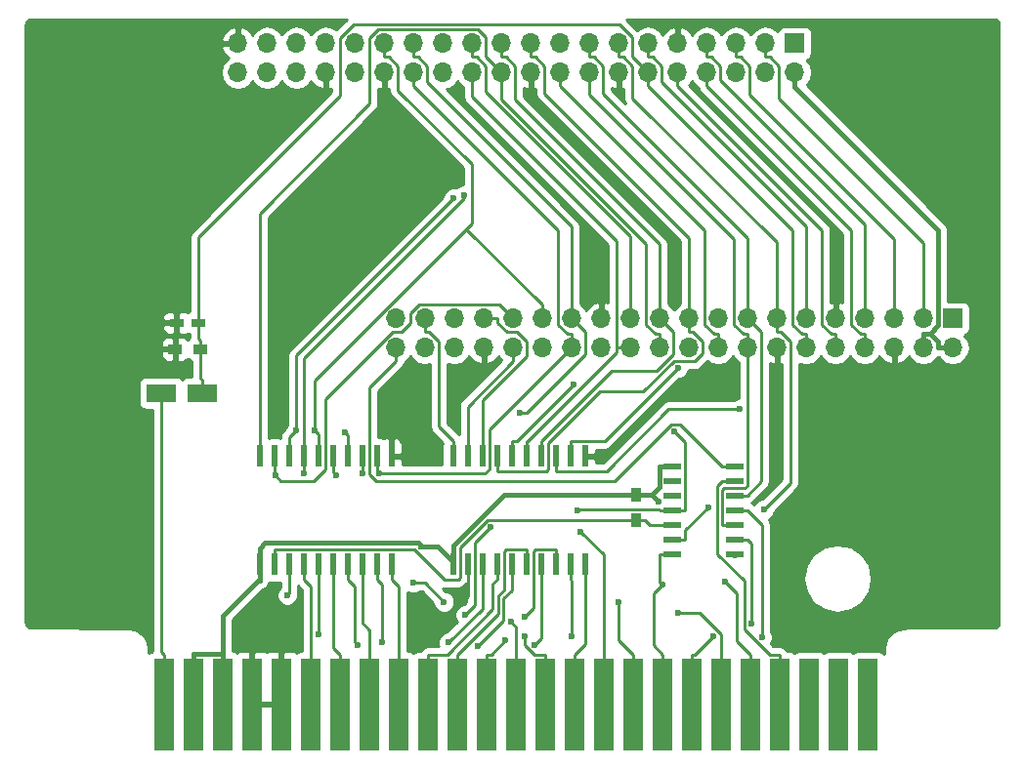
<source format=gbr>
G04 #@! TF.FileFunction,Copper,L2,Bot,Mixed*
%FSLAX46Y46*%
G04 Gerber Fmt 4.6, Leading zero omitted, Abs format (unit mm)*
G04 Created by KiCad (PCBNEW 4.0.7) date 03/01/18 16:35:59*
%MOMM*%
%LPD*%
G01*
G04 APERTURE LIST*
%ADD10C,0.100000*%
%ADD11R,1.700000X1.700000*%
%ADD12O,1.700000X1.700000*%
%ADD13R,1.800000X8.000000*%
%ADD14R,0.900000X1.200000*%
%ADD15R,0.600000X1.950000*%
%ADD16R,1.500000X0.600000*%
%ADD17R,1.200000X0.750000*%
%ADD18R,2.600000X1.600000*%
%ADD19R,1.200000X0.900000*%
%ADD20C,0.600000*%
%ADD21C,0.250000*%
%ADD22C,0.400000*%
%ADD23C,0.254000*%
G04 APERTURE END LIST*
D10*
D11*
X181635000Y-52451000D03*
D12*
X181635000Y-54991000D03*
X179095000Y-52451000D03*
X179095000Y-54991000D03*
X176555000Y-52451000D03*
X176555000Y-54991000D03*
X174015000Y-52451000D03*
X174015000Y-54991000D03*
X171475000Y-52451000D03*
X171475000Y-54991000D03*
X168935000Y-52451000D03*
X168935000Y-54991000D03*
X166395000Y-52451000D03*
X166395000Y-54991000D03*
X163855000Y-52451000D03*
X163855000Y-54991000D03*
X161315000Y-52451000D03*
X161315000Y-54991000D03*
X158775000Y-52451000D03*
X158775000Y-54991000D03*
X156235000Y-52451000D03*
X156235000Y-54991000D03*
X153695000Y-52451000D03*
X153695000Y-54991000D03*
X151155000Y-52451000D03*
X151155000Y-54991000D03*
X148615000Y-52451000D03*
X148615000Y-54991000D03*
X146075000Y-52451000D03*
X146075000Y-54991000D03*
X143535000Y-52451000D03*
X143535000Y-54991000D03*
X140995000Y-52451000D03*
X140995000Y-54991000D03*
X138455000Y-52451000D03*
X138455000Y-54991000D03*
X135915000Y-52451000D03*
X135915000Y-54991000D03*
X133375000Y-52451000D03*
X133375000Y-54991000D03*
D11*
X195326000Y-76327000D03*
D12*
X195326000Y-78867000D03*
X192786000Y-76327000D03*
X192786000Y-78867000D03*
X190246000Y-76327000D03*
X190246000Y-78867000D03*
X187706000Y-76327000D03*
X187706000Y-78867000D03*
X185166000Y-76327000D03*
X185166000Y-78867000D03*
X182626000Y-76327000D03*
X182626000Y-78867000D03*
X180086000Y-76327000D03*
X180086000Y-78867000D03*
X177546000Y-76327000D03*
X177546000Y-78867000D03*
X175006000Y-76327000D03*
X175006000Y-78867000D03*
X172466000Y-76327000D03*
X172466000Y-78867000D03*
X169926000Y-76327000D03*
X169926000Y-78867000D03*
X167386000Y-76327000D03*
X167386000Y-78867000D03*
X164846000Y-76327000D03*
X164846000Y-78867000D03*
X162306000Y-76327000D03*
X162306000Y-78867000D03*
X159766000Y-76327000D03*
X159766000Y-78867000D03*
X157226000Y-76327000D03*
X157226000Y-78867000D03*
X154686000Y-76327000D03*
X154686000Y-78867000D03*
X152146000Y-76327000D03*
X152146000Y-78867000D03*
X149606000Y-76327000D03*
X149606000Y-78867000D03*
X147066000Y-76327000D03*
X147066000Y-78867000D03*
D13*
X187949840Y-109827440D03*
X185409840Y-109827440D03*
X182869840Y-109827440D03*
X180329840Y-109827440D03*
X177789840Y-109827440D03*
X175249840Y-109827440D03*
X172709840Y-109827440D03*
X170169840Y-109827440D03*
X167629840Y-109827440D03*
X165089840Y-109827440D03*
X162549840Y-109827440D03*
X160009840Y-109827440D03*
X157469840Y-109827440D03*
X154929840Y-109827440D03*
X152389840Y-109827440D03*
X149849840Y-109827440D03*
X147309840Y-109827440D03*
X144769840Y-109827440D03*
X142229840Y-109827440D03*
X139689840Y-109827440D03*
X137149840Y-109827440D03*
X134609840Y-109827440D03*
X132069840Y-109827440D03*
X129529840Y-109827440D03*
X126989840Y-109827440D03*
D14*
X167894000Y-93810000D03*
X167894000Y-91610000D03*
D15*
X152019000Y-88264000D03*
X153289000Y-88264000D03*
X154559000Y-88264000D03*
X155829000Y-88264000D03*
X157099000Y-88264000D03*
X158369000Y-88264000D03*
X159639000Y-88264000D03*
X160909000Y-88264000D03*
X162179000Y-88264000D03*
X163449000Y-88264000D03*
X163449000Y-97664000D03*
X162179000Y-97664000D03*
X160909000Y-97664000D03*
X159639000Y-97664000D03*
X158369000Y-97664000D03*
X157099000Y-97664000D03*
X155829000Y-97664000D03*
X154559000Y-97664000D03*
X153289000Y-97664000D03*
X152019000Y-97664000D03*
X135255000Y-88264000D03*
X136525000Y-88264000D03*
X137795000Y-88264000D03*
X139065000Y-88264000D03*
X140335000Y-88264000D03*
X141605000Y-88264000D03*
X142875000Y-88264000D03*
X144145000Y-88264000D03*
X145415000Y-88264000D03*
X146685000Y-88264000D03*
X146685000Y-97664000D03*
X145415000Y-97664000D03*
X144145000Y-97664000D03*
X142875000Y-97664000D03*
X141605000Y-97664000D03*
X140335000Y-97664000D03*
X139065000Y-97664000D03*
X137795000Y-97664000D03*
X136525000Y-97664000D03*
X135255000Y-97664000D03*
D16*
X176436000Y-89154000D03*
X176436000Y-90424000D03*
X176436000Y-91694000D03*
X176436000Y-92964000D03*
X176436000Y-94234000D03*
X176436000Y-95504000D03*
X176436000Y-96774000D03*
X171036000Y-96774000D03*
X171036000Y-95504000D03*
X171036000Y-94234000D03*
X171036000Y-92964000D03*
X171036000Y-91694000D03*
X171036000Y-90424000D03*
X171036000Y-89154000D03*
D17*
X129982000Y-76708000D03*
X128082000Y-76708000D03*
D18*
X130324000Y-82804000D03*
X126724000Y-82804000D03*
D19*
X130132000Y-78994000D03*
X127932000Y-78994000D03*
D20*
X133604000Y-103632000D03*
X148844000Y-102870000D03*
X138684000Y-102870000D03*
X179705000Y-88264000D03*
X165354000Y-87884000D03*
X149258000Y-96092200D03*
X169796000Y-92230100D03*
X142634900Y-86209100D03*
X152989000Y-65629600D03*
X139118900Y-89788900D03*
X136612500Y-89953000D03*
X138422000Y-86041500D03*
X152074100Y-65907300D03*
X144137500Y-89783800D03*
X157811200Y-84485100D03*
X145619000Y-89801300D03*
X141927300Y-89953000D03*
X140012700Y-86041500D03*
X178795300Y-103969200D03*
X177879100Y-102786100D03*
X171540900Y-101830500D03*
X174565500Y-103930700D03*
X170141200Y-99418800D03*
X166374400Y-100944700D03*
X163089500Y-94828500D03*
X162301300Y-103911300D03*
X158208200Y-103895800D03*
X148565000Y-99282900D03*
X151237500Y-100901900D03*
X155281700Y-94415300D03*
X153110000Y-102055100D03*
X157018800Y-102654500D03*
X158249500Y-102197600D03*
X156563300Y-104276900D03*
X159094400Y-104626700D03*
X154211200Y-104724900D03*
X151641900Y-104448800D03*
X145879100Y-104377900D03*
X143764000Y-104648000D03*
X140340900Y-103759600D03*
X137668000Y-100330000D03*
X162478000Y-82081400D03*
X171508100Y-80637800D03*
X176843800Y-84179000D03*
X175586500Y-99157900D03*
X174113200Y-92690300D03*
X178945000Y-92919300D03*
X171191300Y-86163300D03*
X162844100Y-93015000D03*
D21*
X137149840Y-109827440D02*
X137149840Y-105399840D01*
X135382000Y-103632000D02*
X133604000Y-103632000D01*
X137149840Y-105399840D02*
X135382000Y-103632000D01*
X137149840Y-109827440D02*
X137149840Y-103642160D01*
X137922000Y-102870000D02*
X138684000Y-102870000D01*
X137149840Y-103642160D02*
X137922000Y-102870000D01*
X153289000Y-97664000D02*
X153289000Y-100457000D01*
X150876000Y-102870000D02*
X148844000Y-102870000D01*
X148844000Y-102870000D02*
X148082000Y-102870000D01*
X153289000Y-100457000D02*
X150876000Y-102870000D01*
X179832000Y-88392000D02*
X179832000Y-88391000D01*
X179832000Y-88391000D02*
X179705000Y-88264000D01*
D22*
X129529800Y-105427100D02*
X132069800Y-105427100D01*
X129529800Y-109827400D02*
X129529800Y-105427100D01*
X132069800Y-109827400D02*
X132069800Y-105427100D01*
X135255000Y-98351600D02*
X135255000Y-99039300D01*
X135255000Y-98351600D02*
X135255000Y-97664000D01*
X132069800Y-102128600D02*
X132069800Y-105427100D01*
X135159100Y-99039300D02*
X132069800Y-102128600D01*
X135255000Y-99039300D02*
X135159100Y-99039300D01*
X152019000Y-97664000D02*
X152019000Y-97452600D01*
X152019000Y-97452600D02*
X152019000Y-96288700D01*
X135255000Y-97664000D02*
X135255000Y-96288700D01*
X135743400Y-95800300D02*
X135255000Y-96288700D01*
X148966100Y-95800300D02*
X135743400Y-95800300D01*
X149258000Y-96092200D02*
X148966100Y-95800300D01*
X150658600Y-96092200D02*
X149258000Y-96092200D01*
X152019000Y-97452600D02*
X150658600Y-96092200D01*
X171036000Y-89154000D02*
X169885700Y-89154000D01*
X167894000Y-91610000D02*
X168744300Y-91610000D01*
X181635000Y-54991000D02*
X181635000Y-56241300D01*
X192786000Y-78867000D02*
X192786000Y-77616700D01*
X195326000Y-78867000D02*
X194075700Y-78867000D01*
X194075700Y-78359400D02*
X194075700Y-78867000D01*
X193333000Y-77616700D02*
X194075700Y-78359400D01*
X192786000Y-77616700D02*
X193333000Y-77616700D01*
X194056000Y-68662300D02*
X181635000Y-56241300D01*
X194056000Y-76893700D02*
X194056000Y-68662300D01*
X193333000Y-77616700D02*
X194056000Y-76893700D01*
X152019000Y-96050800D02*
X152019000Y-96288700D01*
X156459800Y-91610000D02*
X152019000Y-96050800D01*
X167894000Y-91610000D02*
X156459800Y-91610000D01*
X169208300Y-91610000D02*
X168744300Y-91610000D01*
X169885700Y-90932600D02*
X169208300Y-91610000D01*
X169885700Y-89154000D02*
X169885700Y-90932600D01*
X169208300Y-91642400D02*
X169796000Y-92230100D01*
X169208300Y-91610000D02*
X169208300Y-91642400D01*
D21*
X176555000Y-52451000D02*
X176555000Y-53626300D01*
X190246000Y-76327000D02*
X190246000Y-75151700D01*
X190246000Y-69447800D02*
X190246000Y-75151700D01*
X177730300Y-56932100D02*
X190246000Y-69447800D01*
X177730300Y-54434200D02*
X177730300Y-56932100D01*
X176922400Y-53626300D02*
X177730300Y-54434200D01*
X176555000Y-53626300D02*
X176922400Y-53626300D01*
X142875000Y-86449200D02*
X142875000Y-88264000D01*
X142634900Y-86209100D02*
X142875000Y-86449200D01*
X187706000Y-68157200D02*
X187706000Y-76327000D01*
X175190300Y-55641500D02*
X187706000Y-68157200D01*
X175190300Y-54434200D02*
X175190300Y-55641500D01*
X174382400Y-53626300D02*
X175190300Y-54434200D01*
X174015000Y-53626300D02*
X174382400Y-53626300D01*
X174015000Y-52451000D02*
X174015000Y-53626300D01*
X152989000Y-65876800D02*
X152989000Y-65629600D01*
X139065000Y-79800800D02*
X152989000Y-65876800D01*
X139065000Y-88264000D02*
X139065000Y-79800800D01*
X139065000Y-89735000D02*
X139065000Y-88264000D01*
X139118900Y-89788900D02*
X139065000Y-89735000D01*
X136612500Y-89651800D02*
X136525000Y-89564300D01*
X136612500Y-89953000D02*
X136612500Y-89651800D01*
X156030600Y-75131600D02*
X157226000Y-76327000D01*
X149058700Y-75131600D02*
X156030600Y-75131600D01*
X148336000Y-75854300D02*
X149058700Y-75131600D01*
X148336000Y-76758000D02*
X148336000Y-75854300D01*
X147591600Y-77502400D02*
X148336000Y-76758000D01*
X146768200Y-77502400D02*
X147591600Y-77502400D01*
X140960400Y-83310200D02*
X146768200Y-77502400D01*
X140960400Y-89417400D02*
X140960400Y-83310200D01*
X139936400Y-90441400D02*
X140960400Y-89417400D01*
X137100900Y-90441400D02*
X139936400Y-90441400D01*
X136612500Y-89953000D02*
X137100900Y-90441400D01*
X136525000Y-88264000D02*
X136525000Y-89564300D01*
X137795000Y-86668500D02*
X138422000Y-86041500D01*
X137795000Y-88264000D02*
X137795000Y-86668500D01*
X138422000Y-79559400D02*
X152074100Y-65907300D01*
X138422000Y-86041500D02*
X138422000Y-79559400D01*
X144145000Y-89776300D02*
X144137500Y-89783800D01*
X144145000Y-88264000D02*
X144145000Y-89776300D01*
X162306000Y-68362000D02*
X162306000Y-76327000D01*
X149790300Y-55846300D02*
X162306000Y-68362000D01*
X149790300Y-54434200D02*
X149790300Y-55846300D01*
X148982400Y-53626300D02*
X149790300Y-54434200D01*
X148615000Y-53626300D02*
X148982400Y-53626300D01*
X148615000Y-52451000D02*
X148615000Y-53626300D01*
X158414000Y-84485100D02*
X157811200Y-84485100D01*
X163500000Y-79399100D02*
X158414000Y-84485100D01*
X163500000Y-77521000D02*
X163500000Y-79399100D01*
X162306000Y-76327000D02*
X163500000Y-77521000D01*
X161938600Y-77691700D02*
X162306000Y-77691700D01*
X161130700Y-76883800D02*
X161938600Y-77691700D01*
X161130700Y-68682000D02*
X161130700Y-76883800D01*
X148615000Y-56166300D02*
X161130700Y-68682000D01*
X162306000Y-78867000D02*
X162306000Y-77691700D01*
X148615000Y-54991000D02*
X148615000Y-56166300D01*
X145415000Y-89597300D02*
X145619000Y-89801300D01*
X145415000Y-88264000D02*
X145415000Y-89597300D01*
X155184400Y-85988600D02*
X162306000Y-78867000D01*
X155184400Y-89415900D02*
X155184400Y-85988600D01*
X154799000Y-89801300D02*
X155184400Y-89415900D01*
X145619000Y-89801300D02*
X154799000Y-89801300D01*
X179095000Y-52451000D02*
X179095000Y-53626300D01*
X179462400Y-53626300D02*
X179095000Y-53626300D01*
X180270300Y-54434200D02*
X179462400Y-53626300D01*
X180270300Y-57287200D02*
X180270300Y-54434200D01*
X192786000Y-69802900D02*
X180270300Y-57287200D01*
X192786000Y-76327000D02*
X192786000Y-69802900D01*
X141605000Y-89630700D02*
X141605000Y-88264000D01*
X141927300Y-89953000D02*
X141605000Y-89630700D01*
X146075000Y-52451000D02*
X146075000Y-53626300D01*
X159766000Y-76327000D02*
X159766000Y-75151700D01*
X140335000Y-86363800D02*
X140335000Y-88264000D01*
X140012700Y-86041500D02*
X140335000Y-86363800D01*
X140012700Y-81718100D02*
X140012700Y-86041500D01*
X153172500Y-68558300D02*
X140012700Y-81718100D01*
X153172600Y-68558300D02*
X153172500Y-68558300D01*
X159766000Y-75151700D02*
X153172600Y-68558300D01*
X146442400Y-53626300D02*
X146075000Y-53626300D01*
X147250300Y-54434200D02*
X146442400Y-53626300D01*
X147250300Y-56584400D02*
X147250300Y-54434200D01*
X153631400Y-62965500D02*
X147250300Y-56584400D01*
X153631400Y-68099500D02*
X153631400Y-62965500D01*
X153172600Y-68558300D02*
X153631400Y-68099500D01*
X176436000Y-90424000D02*
X175360700Y-90424000D01*
X180329800Y-109827400D02*
X180329800Y-105502100D01*
X179443500Y-105502100D02*
X180329800Y-105502100D01*
X177253800Y-103312400D02*
X179443500Y-105502100D01*
X177253800Y-99101900D02*
X177253800Y-103312400D01*
X174910300Y-96758400D02*
X177253800Y-99101900D01*
X174910300Y-90874400D02*
X174910300Y-96758400D01*
X175360700Y-90424000D02*
X174910300Y-90874400D01*
X176436000Y-92964000D02*
X177511300Y-92964000D01*
X178795300Y-94248000D02*
X178795300Y-103969200D01*
X177511300Y-92964000D02*
X178795300Y-94248000D01*
X177879100Y-95871800D02*
X177879100Y-102786100D01*
X177511300Y-95504000D02*
X177879100Y-95871800D01*
X176436000Y-95504000D02*
X177511300Y-95504000D01*
X175249800Y-103730300D02*
X175249800Y-109827400D01*
X173350000Y-101830500D02*
X175249800Y-103730300D01*
X171540900Y-101830500D02*
X173350000Y-101830500D01*
X172994100Y-105502100D02*
X172709800Y-105502100D01*
X174565500Y-103930700D02*
X172994100Y-105502100D01*
X172709800Y-109827400D02*
X172709800Y-105502100D01*
X171036000Y-96774000D02*
X169960700Y-96774000D01*
X170169800Y-109827400D02*
X170169800Y-105502100D01*
X169960700Y-99238300D02*
X170141200Y-99418800D01*
X169960700Y-96774000D02*
X169960700Y-99238300D01*
X169374800Y-104707100D02*
X170169800Y-105502100D01*
X169374800Y-100185200D02*
X169374800Y-104707100D01*
X170141200Y-99418800D02*
X169374800Y-100185200D01*
X166374400Y-104246700D02*
X167629800Y-105502100D01*
X166374400Y-100944700D02*
X166374400Y-104246700D01*
X167629800Y-109827400D02*
X167629800Y-105502100D01*
X165089800Y-96828800D02*
X165089800Y-109827400D01*
X163089500Y-94828500D02*
X165089800Y-96828800D01*
X163449000Y-97664000D02*
X163449000Y-98964300D01*
X162549800Y-109827400D02*
X162549800Y-105502100D01*
X163449000Y-104602900D02*
X162549800Y-105502100D01*
X163449000Y-98964300D02*
X163449000Y-104602900D01*
X162179000Y-97664000D02*
X162179000Y-98964300D01*
X162301300Y-99086600D02*
X162179000Y-98964300D01*
X162301300Y-103911300D02*
X162301300Y-99086600D01*
X159059700Y-105502100D02*
X160009800Y-105502100D01*
X158208200Y-104650600D02*
X159059700Y-105502100D01*
X158208200Y-103895800D02*
X158208200Y-104650600D01*
X160009800Y-109827400D02*
X160009800Y-105502100D01*
X149618500Y-99282900D02*
X151237500Y-100901900D01*
X148565000Y-99282900D02*
X149618500Y-99282900D01*
X153933600Y-101231500D02*
X153110000Y-102055100D01*
X153933600Y-95763400D02*
X153933600Y-101231500D01*
X155281700Y-94415300D02*
X153933600Y-95763400D01*
X157469800Y-103105500D02*
X157469800Y-105502100D01*
X157018800Y-102654500D02*
X157469800Y-103105500D01*
X157469800Y-109827400D02*
X157469800Y-105502100D01*
X159013700Y-101433400D02*
X158249500Y-102197600D01*
X159013700Y-96496000D02*
X159013700Y-101433400D01*
X159146000Y-96363700D02*
X159013700Y-96496000D01*
X160909000Y-96363700D02*
X159146000Y-96363700D01*
X155338100Y-105502100D02*
X154929800Y-105502100D01*
X156563300Y-104276900D02*
X155338100Y-105502100D01*
X154929800Y-109827400D02*
X154929800Y-105502100D01*
X160909000Y-97664000D02*
X160909000Y-96363700D01*
X159639000Y-104082100D02*
X159094400Y-104626700D01*
X159639000Y-98964300D02*
X159639000Y-104082100D01*
X159639000Y-97664000D02*
X159639000Y-98964300D01*
X158369000Y-97664000D02*
X158369000Y-96363700D01*
X152389800Y-109827400D02*
X152389800Y-105502100D01*
X155928800Y-101963100D02*
X152389800Y-105502100D01*
X155928800Y-100422900D02*
X155928800Y-101963100D01*
X156473600Y-99878100D02*
X155928800Y-100422900D01*
X156473600Y-96498900D02*
X156473600Y-99878100D01*
X156608800Y-96363700D02*
X156473600Y-96498900D01*
X158369000Y-96363700D02*
X156608800Y-96363700D01*
X157099000Y-97664000D02*
X157099000Y-98964300D01*
X156379100Y-102557000D02*
X154211200Y-104724900D01*
X156379100Y-100609500D02*
X156379100Y-102557000D01*
X157099000Y-99889600D02*
X156379100Y-100609500D01*
X157099000Y-98964300D02*
X157099000Y-99889600D01*
X151532400Y-105502100D02*
X149849800Y-105502100D01*
X155478400Y-101556100D02*
X151532400Y-105502100D01*
X155478400Y-99314900D02*
X155478400Y-101556100D01*
X155829000Y-98964300D02*
X155478400Y-99314900D01*
X155829000Y-97664000D02*
X155829000Y-98964300D01*
X149849800Y-109827400D02*
X149849800Y-105502100D01*
X154559000Y-101531700D02*
X151641900Y-104448800D01*
X154559000Y-97664000D02*
X154559000Y-101531700D01*
X146685000Y-97664000D02*
X146685000Y-98964300D01*
X147309800Y-109827400D02*
X147309800Y-105502100D01*
X147309800Y-99589100D02*
X146685000Y-98964300D01*
X147309800Y-105502100D02*
X147309800Y-99589100D01*
X145879100Y-99428400D02*
X145879100Y-104377900D01*
X145415000Y-98964300D02*
X145879100Y-99428400D01*
X145415000Y-97664000D02*
X145415000Y-98964300D01*
X144145000Y-102616000D02*
X144145000Y-102743000D01*
X144769840Y-103367840D02*
X144769840Y-109827440D01*
X144145000Y-102743000D02*
X144769840Y-103367840D01*
X144145000Y-97664000D02*
X144145000Y-102616000D01*
X143477500Y-102510400D02*
X143477500Y-104361500D01*
X143477500Y-104361500D02*
X143764000Y-104648000D01*
X142875000Y-97664000D02*
X142875000Y-98964300D01*
X143477500Y-99566800D02*
X142875000Y-98964300D01*
X143477500Y-102510400D02*
X143477500Y-99566800D01*
X142229800Y-109827400D02*
X142229800Y-105502100D01*
X141605000Y-97664000D02*
X141605000Y-98964300D01*
X141605000Y-104877300D02*
X142229800Y-105502100D01*
X141605000Y-98964300D02*
X141605000Y-104877300D01*
X140340900Y-98970200D02*
X140340900Y-103759600D01*
X140335000Y-98964300D02*
X140340900Y-98970200D01*
X140335000Y-97664000D02*
X140335000Y-98964300D01*
X139689800Y-99589100D02*
X139689800Y-105502100D01*
X139065000Y-98964300D02*
X139689800Y-99589100D01*
X139689800Y-109827400D02*
X139689800Y-105502100D01*
X139065000Y-97664000D02*
X139065000Y-98964300D01*
X137795000Y-100203000D02*
X137795000Y-97664000D01*
X137668000Y-100330000D02*
X137795000Y-100203000D01*
X167386000Y-78867000D02*
X166323300Y-78867000D01*
X166323300Y-78867000D02*
X166210700Y-78867000D01*
X153695000Y-57101700D02*
X153695000Y-54991000D01*
X166210700Y-69617400D02*
X153695000Y-57101700D01*
X166210700Y-78867000D02*
X166210700Y-69617400D01*
X166210700Y-79255900D02*
X166210700Y-78867000D01*
X158502900Y-86963700D02*
X166210700Y-79255900D01*
X158369000Y-86963700D02*
X158502900Y-86963700D01*
X158369000Y-88264000D02*
X158369000Y-86963700D01*
X159142400Y-53626300D02*
X158775000Y-53626300D01*
X159950300Y-54434200D02*
X159142400Y-53626300D01*
X159950300Y-56809500D02*
X159950300Y-54434200D01*
X172466000Y-69325200D02*
X159950300Y-56809500D01*
X172466000Y-76327000D02*
X172466000Y-69325200D01*
X158775000Y-52451000D02*
X158775000Y-53626300D01*
X172833400Y-77502300D02*
X172466000Y-77502300D01*
X173641300Y-78310200D02*
X172833400Y-77502300D01*
X173641300Y-79374100D02*
X173641300Y-78310200D01*
X172956900Y-80058500D02*
X173641300Y-79374100D01*
X171904200Y-80058500D02*
X172956900Y-80058500D01*
X171847600Y-80001900D02*
X171904200Y-80058500D01*
X171191700Y-80001900D02*
X171847600Y-80001900D01*
X168502100Y-82691500D02*
X171191700Y-80001900D01*
X164727100Y-82691500D02*
X168502100Y-82691500D01*
X160264400Y-87154200D02*
X164727100Y-82691500D01*
X160264400Y-89415900D02*
X160264400Y-87154200D01*
X160116000Y-89564300D02*
X160264400Y-89415900D01*
X155829000Y-89564300D02*
X160116000Y-89564300D01*
X155829000Y-88264000D02*
X155829000Y-89564300D01*
X172466000Y-76327000D02*
X172466000Y-77502300D01*
X154062400Y-53626300D02*
X153695000Y-53626300D01*
X154870300Y-54434200D02*
X154062400Y-53626300D01*
X154870300Y-56689600D02*
X154870300Y-54434200D01*
X167386000Y-69205300D02*
X154870300Y-56689600D01*
X167386000Y-76327000D02*
X167386000Y-69205300D01*
X153695000Y-52451000D02*
X153695000Y-53626300D01*
X157099000Y-88264000D02*
X157099000Y-86963700D01*
X157595700Y-86963700D02*
X157099000Y-86963700D01*
X162478000Y-82081400D02*
X157595700Y-86963700D01*
X165182200Y-86963700D02*
X171508100Y-80637800D01*
X162179000Y-86963700D02*
X165182200Y-86963700D01*
X162179000Y-88264000D02*
X162179000Y-86963700D01*
X184798600Y-77691700D02*
X185166000Y-77691700D01*
X183990700Y-76883800D02*
X184798600Y-77691700D01*
X183990700Y-68682000D02*
X183990700Y-76883800D01*
X171475000Y-56166300D02*
X183990700Y-68682000D01*
X171475000Y-54991000D02*
X171475000Y-56166300D01*
X185166000Y-78867000D02*
X185166000Y-77691700D01*
X157226000Y-78867000D02*
X157226000Y-80042300D01*
X153289000Y-83979300D02*
X157226000Y-80042300D01*
X153289000Y-88264000D02*
X153289000Y-83979300D01*
X156235000Y-52451000D02*
X156235000Y-53626300D01*
X169926000Y-69881300D02*
X169926000Y-76327000D01*
X157410300Y-57365600D02*
X169926000Y-69881300D01*
X157410300Y-54434200D02*
X157410300Y-57365600D01*
X156602400Y-53626300D02*
X157410300Y-54434200D01*
X156235000Y-53626300D02*
X156602400Y-53626300D01*
X171111700Y-77512700D02*
X169926000Y-76327000D01*
X171111700Y-79394300D02*
X171111700Y-77512700D01*
X169632600Y-80873400D02*
X171111700Y-79394300D01*
X165729300Y-80873400D02*
X169632600Y-80873400D01*
X159639000Y-86963700D02*
X165729300Y-80873400D01*
X159639000Y-88264000D02*
X159639000Y-86963700D01*
X154686000Y-76327000D02*
X155861300Y-76327000D01*
X154559000Y-83409200D02*
X154559000Y-86963700D01*
X158401400Y-79566800D02*
X154559000Y-83409200D01*
X158401400Y-78341400D02*
X158401400Y-79566800D01*
X157562300Y-77502300D02*
X158401400Y-78341400D01*
X156669200Y-77502300D02*
X157562300Y-77502300D01*
X155861300Y-76694400D02*
X156669200Y-77502300D01*
X155861300Y-76327000D02*
X155861300Y-76694400D01*
X154559000Y-88264000D02*
X154559000Y-86963700D01*
X186530700Y-68682000D02*
X174015000Y-56166300D01*
X186530700Y-76883800D02*
X186530700Y-68682000D01*
X187338600Y-77691700D02*
X186530700Y-76883800D01*
X187706000Y-77691700D02*
X187338600Y-77691700D01*
X174015000Y-54991000D02*
X174015000Y-56166300D01*
X187706000Y-78279300D02*
X187706000Y-77691700D01*
X187706000Y-78279300D02*
X187706000Y-78867000D01*
X170708600Y-84179000D02*
X176843800Y-84179000D01*
X165323300Y-89564300D02*
X170708600Y-84179000D01*
X160909000Y-89564300D02*
X165323300Y-89564300D01*
X160909000Y-88264000D02*
X160909000Y-89564300D01*
X176604600Y-104316900D02*
X177789800Y-105502100D01*
X176604600Y-100176000D02*
X176604600Y-104316900D01*
X175586500Y-99157900D02*
X176604600Y-100176000D01*
X177789800Y-109827400D02*
X177789800Y-105502100D01*
X182626000Y-68362000D02*
X182626000Y-76327000D01*
X170110300Y-55846300D02*
X182626000Y-68362000D01*
X170110300Y-54434200D02*
X170110300Y-55846300D01*
X169302400Y-53626300D02*
X170110300Y-54434200D01*
X168935000Y-53626300D02*
X169302400Y-53626300D01*
X168935000Y-52451000D02*
X168935000Y-53626300D01*
X130132000Y-81486700D02*
X130132000Y-78994000D01*
X130324000Y-81678700D02*
X130132000Y-81486700D01*
X130324000Y-82804000D02*
X130324000Y-81678700D01*
X130132000Y-78994000D02*
X130132000Y-78218700D01*
X182626000Y-78867000D02*
X182626000Y-77691700D01*
X182258600Y-77691700D02*
X182626000Y-77691700D01*
X181450700Y-76883800D02*
X182258600Y-77691700D01*
X181450700Y-68682000D02*
X181450700Y-76883800D01*
X168935000Y-56166300D02*
X181450700Y-68682000D01*
X168935000Y-54991000D02*
X168935000Y-56166300D01*
X129982000Y-78068700D02*
X129982000Y-76708000D01*
X130132000Y-78218700D02*
X129982000Y-78068700D01*
X167570400Y-53626400D02*
X168935000Y-54991000D01*
X167570400Y-51955800D02*
X167570400Y-53626400D01*
X166417400Y-50802800D02*
X167570400Y-51955800D01*
X143443000Y-50802800D02*
X166417400Y-50802800D01*
X142265000Y-51980800D02*
X143443000Y-50802800D01*
X142265000Y-56978500D02*
X142265000Y-51980800D01*
X129982000Y-69261500D02*
X142265000Y-56978500D01*
X129982000Y-76708000D02*
X129982000Y-69261500D01*
X166395000Y-52451000D02*
X166395000Y-53626300D01*
X180086000Y-69737600D02*
X180086000Y-76327000D01*
X167570300Y-57221900D02*
X180086000Y-69737600D01*
X167570300Y-54434200D02*
X167570300Y-57221900D01*
X166762400Y-53626300D02*
X167570300Y-54434200D01*
X166395000Y-53626300D02*
X166762400Y-53626300D01*
X172111300Y-94692200D02*
X174113200Y-92690300D01*
X172111300Y-95504000D02*
X172111300Y-94692200D01*
X180086000Y-76327000D02*
X180086000Y-77502300D01*
X171036000Y-95504000D02*
X172111300Y-95504000D01*
X181261300Y-90603000D02*
X178945000Y-92919300D01*
X181261300Y-78310200D02*
X181261300Y-90603000D01*
X180453400Y-77502300D02*
X181261300Y-78310200D01*
X180086000Y-77502300D02*
X180453400Y-77502300D01*
X163855000Y-52451000D02*
X163855000Y-53626300D01*
X164222400Y-53626300D02*
X163855000Y-53626300D01*
X165030300Y-54434200D02*
X164222400Y-53626300D01*
X165030300Y-56801500D02*
X165030300Y-54434200D01*
X177546000Y-69317200D02*
X165030300Y-56801500D01*
X177546000Y-76327000D02*
X177546000Y-69317200D01*
X178731700Y-77512700D02*
X177546000Y-76327000D01*
X178731700Y-90473600D02*
X178731700Y-77512700D01*
X177511300Y-91694000D02*
X178731700Y-90473600D01*
X176436000Y-91694000D02*
X177511300Y-91694000D01*
X177178600Y-77691700D02*
X177546000Y-77691700D01*
X176370700Y-76883800D02*
X177178600Y-77691700D01*
X176370700Y-69456600D02*
X176370700Y-76883800D01*
X163855000Y-56940900D02*
X176370700Y-69456600D01*
X163855000Y-54991000D02*
X163855000Y-56940900D01*
X177546000Y-78279300D02*
X177546000Y-77691700D01*
X177546000Y-78279300D02*
X177546000Y-78867000D01*
X176436000Y-94234000D02*
X175360700Y-94234000D01*
X177546000Y-90824100D02*
X177546000Y-80042300D01*
X177311100Y-91059000D02*
X177546000Y-90824100D01*
X175482600Y-91059000D02*
X177311100Y-91059000D01*
X175360700Y-91180900D02*
X175482600Y-91059000D01*
X175360700Y-94234000D02*
X175360700Y-91180900D01*
X177546000Y-78867000D02*
X177546000Y-80042300D01*
X172111300Y-87083300D02*
X171191300Y-86163300D01*
X172111300Y-92964000D02*
X172111300Y-87083300D01*
X171573700Y-92964000D02*
X172111300Y-92964000D01*
X171573700Y-92964000D02*
X171036000Y-92964000D01*
X162974500Y-92884600D02*
X162844100Y-93015000D01*
X169881300Y-92884600D02*
X162974500Y-92884600D01*
X169960700Y-92964000D02*
X169881300Y-92884600D01*
X171036000Y-92964000D02*
X169960700Y-92964000D01*
X173830700Y-68682000D02*
X161315000Y-56166300D01*
X173830700Y-76883800D02*
X173830700Y-68682000D01*
X174638600Y-77691700D02*
X173830700Y-76883800D01*
X175006000Y-77691700D02*
X174638600Y-77691700D01*
X175006000Y-78867000D02*
X175006000Y-77691700D01*
X161315000Y-54991000D02*
X161315000Y-56166300D01*
X156235000Y-57347600D02*
X156235000Y-54991000D01*
X168750700Y-69863300D02*
X156235000Y-57347600D01*
X168750700Y-76883800D02*
X168750700Y-69863300D01*
X169558600Y-77691700D02*
X168750700Y-76883800D01*
X169926000Y-77691700D02*
X169558600Y-77691700D01*
X169926000Y-78867000D02*
X169926000Y-77691700D01*
X154870400Y-53626400D02*
X156235000Y-54991000D01*
X154870400Y-51915200D02*
X154870400Y-53626400D01*
X154208400Y-51253200D02*
X154870400Y-51915200D01*
X145528200Y-51253200D02*
X154208400Y-51253200D01*
X144805000Y-51976400D02*
X145528200Y-51253200D01*
X144805000Y-57683100D02*
X144805000Y-51976400D01*
X135255000Y-67233100D02*
X144805000Y-57683100D01*
X135255000Y-88264000D02*
X135255000Y-67233100D01*
X149973400Y-77502300D02*
X149606000Y-77502300D01*
X150781300Y-78310200D02*
X149973400Y-77502300D01*
X150781300Y-85726000D02*
X150781300Y-78310200D01*
X152019000Y-86963700D02*
X150781300Y-85726000D01*
X152019000Y-88264000D02*
X152019000Y-86963700D01*
X149606000Y-76327000D02*
X149606000Y-77502300D01*
X144789600Y-82318700D02*
X147066000Y-80042300D01*
X144789600Y-89870000D02*
X144789600Y-82318700D01*
X145349900Y-90430300D02*
X144789600Y-89870000D01*
X165992000Y-90430300D02*
X145349900Y-90430300D01*
X170909100Y-85513200D02*
X165992000Y-90430300D01*
X171719900Y-85513200D02*
X170909100Y-85513200D01*
X175360700Y-89154000D02*
X171719900Y-85513200D01*
X176436000Y-89154000D02*
X175360700Y-89154000D01*
X147066000Y-78867000D02*
X147066000Y-80042300D01*
X136525000Y-97664000D02*
X136525000Y-96363700D01*
X167894000Y-93810000D02*
X167118700Y-93810000D01*
X148632900Y-96363700D02*
X136525000Y-96363700D01*
X151257100Y-98987900D02*
X148632900Y-96363700D01*
X152446100Y-98987900D02*
X151257100Y-98987900D01*
X152644400Y-98789600D02*
X152446100Y-98987900D01*
X152644400Y-96168300D02*
X152644400Y-98789600D01*
X155022700Y-93790000D02*
X152644400Y-96168300D01*
X167098700Y-93790000D02*
X155022700Y-93790000D01*
X167118700Y-93810000D02*
X167098700Y-93790000D01*
X169093300Y-94234000D02*
X168669300Y-93810000D01*
X171036000Y-94234000D02*
X169093300Y-94234000D01*
X167894000Y-93810000D02*
X168669300Y-93810000D01*
X126724000Y-105236300D02*
X126989800Y-105502100D01*
X126724000Y-82804000D02*
X126724000Y-105236300D01*
X126989800Y-109827400D02*
X126989800Y-105502100D01*
D23*
G36*
X137035000Y-99640759D02*
X136875808Y-99799673D01*
X136733162Y-100143201D01*
X136732838Y-100515167D01*
X136874883Y-100858943D01*
X137137673Y-101122192D01*
X137481201Y-101264838D01*
X137853167Y-101265162D01*
X138196943Y-101123117D01*
X138460192Y-100860327D01*
X138602838Y-100516799D01*
X138603162Y-100144833D01*
X138555000Y-100028272D01*
X138555000Y-99529102D01*
X138929800Y-99903902D01*
X138929800Y-105180000D01*
X138789840Y-105180000D01*
X138554523Y-105224278D01*
X138426855Y-105306430D01*
X138409538Y-105289113D01*
X138176149Y-105192440D01*
X137435590Y-105192440D01*
X137276840Y-105351190D01*
X137276840Y-109700440D01*
X137296840Y-109700440D01*
X137296840Y-109954440D01*
X137276840Y-109954440D01*
X137276840Y-109974440D01*
X137022840Y-109974440D01*
X137022840Y-109954440D01*
X134736840Y-109954440D01*
X134736840Y-109974440D01*
X134482840Y-109974440D01*
X134482840Y-109954440D01*
X134462840Y-109954440D01*
X134462840Y-109700440D01*
X134482840Y-109700440D01*
X134482840Y-105351190D01*
X134736840Y-105351190D01*
X134736840Y-109700440D01*
X137022840Y-109700440D01*
X137022840Y-105351190D01*
X136864090Y-105192440D01*
X136123531Y-105192440D01*
X135890142Y-105289113D01*
X135879840Y-105299415D01*
X135869538Y-105289113D01*
X135636149Y-105192440D01*
X134895590Y-105192440D01*
X134736840Y-105351190D01*
X134482840Y-105351190D01*
X134324090Y-105192440D01*
X133583531Y-105192440D01*
X133350142Y-105289113D01*
X133332536Y-105306719D01*
X133221730Y-105231009D01*
X132969840Y-105180000D01*
X132904800Y-105180000D01*
X132904800Y-102474468D01*
X135567036Y-99812232D01*
X135574541Y-99810739D01*
X135845434Y-99629734D01*
X136026439Y-99358841D01*
X136047971Y-99250591D01*
X136225000Y-99286440D01*
X136825000Y-99286440D01*
X137035000Y-99246926D01*
X137035000Y-99640759D01*
X137035000Y-99640759D01*
G37*
X137035000Y-99640759D02*
X136875808Y-99799673D01*
X136733162Y-100143201D01*
X136732838Y-100515167D01*
X136874883Y-100858943D01*
X137137673Y-101122192D01*
X137481201Y-101264838D01*
X137853167Y-101265162D01*
X138196943Y-101123117D01*
X138460192Y-100860327D01*
X138602838Y-100516799D01*
X138603162Y-100144833D01*
X138555000Y-100028272D01*
X138555000Y-99529102D01*
X138929800Y-99903902D01*
X138929800Y-105180000D01*
X138789840Y-105180000D01*
X138554523Y-105224278D01*
X138426855Y-105306430D01*
X138409538Y-105289113D01*
X138176149Y-105192440D01*
X137435590Y-105192440D01*
X137276840Y-105351190D01*
X137276840Y-109700440D01*
X137296840Y-109700440D01*
X137296840Y-109954440D01*
X137276840Y-109954440D01*
X137276840Y-109974440D01*
X137022840Y-109974440D01*
X137022840Y-109954440D01*
X134736840Y-109954440D01*
X134736840Y-109974440D01*
X134482840Y-109974440D01*
X134482840Y-109954440D01*
X134462840Y-109954440D01*
X134462840Y-109700440D01*
X134482840Y-109700440D01*
X134482840Y-105351190D01*
X134736840Y-105351190D01*
X134736840Y-109700440D01*
X137022840Y-109700440D01*
X137022840Y-105351190D01*
X136864090Y-105192440D01*
X136123531Y-105192440D01*
X135890142Y-105289113D01*
X135879840Y-105299415D01*
X135869538Y-105289113D01*
X135636149Y-105192440D01*
X134895590Y-105192440D01*
X134736840Y-105351190D01*
X134482840Y-105351190D01*
X134324090Y-105192440D01*
X133583531Y-105192440D01*
X133350142Y-105289113D01*
X133332536Y-105306719D01*
X133221730Y-105231009D01*
X132969840Y-105180000D01*
X132904800Y-105180000D01*
X132904800Y-102474468D01*
X135567036Y-99812232D01*
X135574541Y-99810739D01*
X135845434Y-99629734D01*
X136026439Y-99358841D01*
X136047971Y-99250591D01*
X136225000Y-99286440D01*
X136825000Y-99286440D01*
X137035000Y-99246926D01*
X137035000Y-99640759D01*
G36*
X199042377Y-50412811D02*
X199178341Y-50503658D01*
X199269189Y-50639622D01*
X199315000Y-50869931D01*
X199315000Y-102673069D01*
X199269189Y-102903378D01*
X199178341Y-103039342D01*
X199042377Y-103130189D01*
X198812073Y-103176000D01*
X191223900Y-103176000D01*
X191155313Y-103189643D01*
X191085385Y-103189643D01*
X190647978Y-103276649D01*
X190433538Y-103365473D01*
X190392038Y-103382663D01*
X190021222Y-103630433D01*
X189921356Y-103730300D01*
X189825333Y-103826323D01*
X189577562Y-104197138D01*
X189539128Y-104289927D01*
X189471548Y-104453079D01*
X189384543Y-104890485D01*
X189384543Y-104960413D01*
X189370900Y-105029000D01*
X189370900Y-105464533D01*
X189313930Y-105375999D01*
X189101730Y-105231009D01*
X188849840Y-105180000D01*
X187049840Y-105180000D01*
X186814523Y-105224278D01*
X186679263Y-105311316D01*
X186561730Y-105231009D01*
X186309840Y-105180000D01*
X184509840Y-105180000D01*
X184274523Y-105224278D01*
X184139263Y-105311316D01*
X184021730Y-105231009D01*
X183769840Y-105180000D01*
X181969840Y-105180000D01*
X181734523Y-105224278D01*
X181599263Y-105311316D01*
X181481730Y-105231009D01*
X181229840Y-105180000D01*
X181011060Y-105180000D01*
X180867201Y-104964699D01*
X180620639Y-104799952D01*
X180329800Y-104742100D01*
X179758302Y-104742100D01*
X179551579Y-104535377D01*
X179587492Y-104499527D01*
X179730138Y-104155999D01*
X179730462Y-103784033D01*
X179588417Y-103440257D01*
X179555300Y-103407082D01*
X179555300Y-98894900D01*
X182375734Y-98894900D01*
X182601665Y-100030730D01*
X183245060Y-100993640D01*
X184207970Y-101637035D01*
X185343800Y-101862966D01*
X186479630Y-101637035D01*
X187442540Y-100993640D01*
X188085935Y-100030730D01*
X188311866Y-98894900D01*
X188085935Y-97759070D01*
X187442540Y-96796160D01*
X186479630Y-96152765D01*
X185343800Y-95926834D01*
X184207970Y-96152765D01*
X183245060Y-96796160D01*
X182601665Y-97759070D01*
X182375734Y-98894900D01*
X179555300Y-98894900D01*
X179555300Y-94248000D01*
X179536761Y-94154799D01*
X179497448Y-93957160D01*
X179364211Y-93757757D01*
X179473943Y-93712417D01*
X179737192Y-93449627D01*
X179879838Y-93106099D01*
X179879879Y-93059223D01*
X181798701Y-91140401D01*
X181963448Y-90893839D01*
X182021300Y-90603000D01*
X182021300Y-80243722D01*
X182057715Y-80268054D01*
X182626000Y-80381093D01*
X183194285Y-80268054D01*
X183676054Y-79946147D01*
X183896000Y-79616974D01*
X184115946Y-79946147D01*
X184597715Y-80268054D01*
X185166000Y-80381093D01*
X185734285Y-80268054D01*
X186216054Y-79946147D01*
X186436000Y-79616974D01*
X186655946Y-79946147D01*
X187137715Y-80268054D01*
X187706000Y-80381093D01*
X188274285Y-80268054D01*
X188756054Y-79946147D01*
X188983702Y-79605447D01*
X189050817Y-79748358D01*
X189479076Y-80138645D01*
X189889110Y-80308476D01*
X190119000Y-80187155D01*
X190119000Y-78994000D01*
X190099000Y-78994000D01*
X190099000Y-78740000D01*
X190119000Y-78740000D01*
X190119000Y-78720000D01*
X190373000Y-78720000D01*
X190373000Y-78740000D01*
X190393000Y-78740000D01*
X190393000Y-78994000D01*
X190373000Y-78994000D01*
X190373000Y-80187155D01*
X190602890Y-80308476D01*
X191012924Y-80138645D01*
X191441183Y-79748358D01*
X191508298Y-79605447D01*
X191735946Y-79946147D01*
X192217715Y-80268054D01*
X192786000Y-80381093D01*
X193354285Y-80268054D01*
X193836054Y-79946147D01*
X194008164Y-79688566D01*
X194075700Y-79702000D01*
X194112813Y-79702000D01*
X194275946Y-79946147D01*
X194757715Y-80268054D01*
X195326000Y-80381093D01*
X195894285Y-80268054D01*
X196376054Y-79946147D01*
X196697961Y-79464378D01*
X196811000Y-78896093D01*
X196811000Y-78837907D01*
X196697961Y-78269622D01*
X196376054Y-77787853D01*
X196374821Y-77787029D01*
X196411317Y-77780162D01*
X196627441Y-77641090D01*
X196772431Y-77428890D01*
X196823440Y-77177000D01*
X196823440Y-75477000D01*
X196779162Y-75241683D01*
X196640090Y-75025559D01*
X196427890Y-74880569D01*
X196176000Y-74829560D01*
X194891000Y-74829560D01*
X194891000Y-68662300D01*
X194871686Y-68565200D01*
X194827440Y-68342760D01*
X194646434Y-68071866D01*
X182660873Y-56086305D01*
X182685054Y-56070147D01*
X183006961Y-55588378D01*
X183120000Y-55020093D01*
X183120000Y-54961907D01*
X183006961Y-54393622D01*
X182685054Y-53911853D01*
X182683821Y-53911029D01*
X182720317Y-53904162D01*
X182936441Y-53765090D01*
X183081431Y-53552890D01*
X183132440Y-53301000D01*
X183132440Y-51601000D01*
X183088162Y-51365683D01*
X182949090Y-51149559D01*
X182736890Y-51004569D01*
X182485000Y-50953560D01*
X180785000Y-50953560D01*
X180549683Y-50997838D01*
X180333559Y-51136910D01*
X180188569Y-51349110D01*
X180174914Y-51416541D01*
X180145054Y-51371853D01*
X179663285Y-51049946D01*
X179095000Y-50936907D01*
X178526715Y-51049946D01*
X178044946Y-51371853D01*
X177825000Y-51701026D01*
X177605054Y-51371853D01*
X177123285Y-51049946D01*
X176555000Y-50936907D01*
X175986715Y-51049946D01*
X175504946Y-51371853D01*
X175285000Y-51701026D01*
X175065054Y-51371853D01*
X174583285Y-51049946D01*
X174015000Y-50936907D01*
X173446715Y-51049946D01*
X172964946Y-51371853D01*
X172737298Y-51712553D01*
X172670183Y-51569642D01*
X172241924Y-51179355D01*
X171831890Y-51009524D01*
X171602000Y-51130845D01*
X171602000Y-52324000D01*
X171622000Y-52324000D01*
X171622000Y-52578000D01*
X171602000Y-52578000D01*
X171602000Y-52598000D01*
X171348000Y-52598000D01*
X171348000Y-52578000D01*
X171328000Y-52578000D01*
X171328000Y-52324000D01*
X171348000Y-52324000D01*
X171348000Y-51130845D01*
X171118110Y-51009524D01*
X170708076Y-51179355D01*
X170279817Y-51569642D01*
X170212702Y-51712553D01*
X169985054Y-51371853D01*
X169503285Y-51049946D01*
X168935000Y-50936907D01*
X168366715Y-51049946D01*
X167990636Y-51301234D01*
X167056402Y-50367000D01*
X198812073Y-50367000D01*
X199042377Y-50412811D01*
X199042377Y-50412811D01*
G37*
X199042377Y-50412811D02*
X199178341Y-50503658D01*
X199269189Y-50639622D01*
X199315000Y-50869931D01*
X199315000Y-102673069D01*
X199269189Y-102903378D01*
X199178341Y-103039342D01*
X199042377Y-103130189D01*
X198812073Y-103176000D01*
X191223900Y-103176000D01*
X191155313Y-103189643D01*
X191085385Y-103189643D01*
X190647978Y-103276649D01*
X190433538Y-103365473D01*
X190392038Y-103382663D01*
X190021222Y-103630433D01*
X189921356Y-103730300D01*
X189825333Y-103826323D01*
X189577562Y-104197138D01*
X189539128Y-104289927D01*
X189471548Y-104453079D01*
X189384543Y-104890485D01*
X189384543Y-104960413D01*
X189370900Y-105029000D01*
X189370900Y-105464533D01*
X189313930Y-105375999D01*
X189101730Y-105231009D01*
X188849840Y-105180000D01*
X187049840Y-105180000D01*
X186814523Y-105224278D01*
X186679263Y-105311316D01*
X186561730Y-105231009D01*
X186309840Y-105180000D01*
X184509840Y-105180000D01*
X184274523Y-105224278D01*
X184139263Y-105311316D01*
X184021730Y-105231009D01*
X183769840Y-105180000D01*
X181969840Y-105180000D01*
X181734523Y-105224278D01*
X181599263Y-105311316D01*
X181481730Y-105231009D01*
X181229840Y-105180000D01*
X181011060Y-105180000D01*
X180867201Y-104964699D01*
X180620639Y-104799952D01*
X180329800Y-104742100D01*
X179758302Y-104742100D01*
X179551579Y-104535377D01*
X179587492Y-104499527D01*
X179730138Y-104155999D01*
X179730462Y-103784033D01*
X179588417Y-103440257D01*
X179555300Y-103407082D01*
X179555300Y-98894900D01*
X182375734Y-98894900D01*
X182601665Y-100030730D01*
X183245060Y-100993640D01*
X184207970Y-101637035D01*
X185343800Y-101862966D01*
X186479630Y-101637035D01*
X187442540Y-100993640D01*
X188085935Y-100030730D01*
X188311866Y-98894900D01*
X188085935Y-97759070D01*
X187442540Y-96796160D01*
X186479630Y-96152765D01*
X185343800Y-95926834D01*
X184207970Y-96152765D01*
X183245060Y-96796160D01*
X182601665Y-97759070D01*
X182375734Y-98894900D01*
X179555300Y-98894900D01*
X179555300Y-94248000D01*
X179536761Y-94154799D01*
X179497448Y-93957160D01*
X179364211Y-93757757D01*
X179473943Y-93712417D01*
X179737192Y-93449627D01*
X179879838Y-93106099D01*
X179879879Y-93059223D01*
X181798701Y-91140401D01*
X181963448Y-90893839D01*
X182021300Y-90603000D01*
X182021300Y-80243722D01*
X182057715Y-80268054D01*
X182626000Y-80381093D01*
X183194285Y-80268054D01*
X183676054Y-79946147D01*
X183896000Y-79616974D01*
X184115946Y-79946147D01*
X184597715Y-80268054D01*
X185166000Y-80381093D01*
X185734285Y-80268054D01*
X186216054Y-79946147D01*
X186436000Y-79616974D01*
X186655946Y-79946147D01*
X187137715Y-80268054D01*
X187706000Y-80381093D01*
X188274285Y-80268054D01*
X188756054Y-79946147D01*
X188983702Y-79605447D01*
X189050817Y-79748358D01*
X189479076Y-80138645D01*
X189889110Y-80308476D01*
X190119000Y-80187155D01*
X190119000Y-78994000D01*
X190099000Y-78994000D01*
X190099000Y-78740000D01*
X190119000Y-78740000D01*
X190119000Y-78720000D01*
X190373000Y-78720000D01*
X190373000Y-78740000D01*
X190393000Y-78740000D01*
X190393000Y-78994000D01*
X190373000Y-78994000D01*
X190373000Y-80187155D01*
X190602890Y-80308476D01*
X191012924Y-80138645D01*
X191441183Y-79748358D01*
X191508298Y-79605447D01*
X191735946Y-79946147D01*
X192217715Y-80268054D01*
X192786000Y-80381093D01*
X193354285Y-80268054D01*
X193836054Y-79946147D01*
X194008164Y-79688566D01*
X194075700Y-79702000D01*
X194112813Y-79702000D01*
X194275946Y-79946147D01*
X194757715Y-80268054D01*
X195326000Y-80381093D01*
X195894285Y-80268054D01*
X196376054Y-79946147D01*
X196697961Y-79464378D01*
X196811000Y-78896093D01*
X196811000Y-78837907D01*
X196697961Y-78269622D01*
X196376054Y-77787853D01*
X196374821Y-77787029D01*
X196411317Y-77780162D01*
X196627441Y-77641090D01*
X196772431Y-77428890D01*
X196823440Y-77177000D01*
X196823440Y-75477000D01*
X196779162Y-75241683D01*
X196640090Y-75025559D01*
X196427890Y-74880569D01*
X196176000Y-74829560D01*
X194891000Y-74829560D01*
X194891000Y-68662300D01*
X194871686Y-68565200D01*
X194827440Y-68342760D01*
X194646434Y-68071866D01*
X182660873Y-56086305D01*
X182685054Y-56070147D01*
X183006961Y-55588378D01*
X183120000Y-55020093D01*
X183120000Y-54961907D01*
X183006961Y-54393622D01*
X182685054Y-53911853D01*
X182683821Y-53911029D01*
X182720317Y-53904162D01*
X182936441Y-53765090D01*
X183081431Y-53552890D01*
X183132440Y-53301000D01*
X183132440Y-51601000D01*
X183088162Y-51365683D01*
X182949090Y-51149559D01*
X182736890Y-51004569D01*
X182485000Y-50953560D01*
X180785000Y-50953560D01*
X180549683Y-50997838D01*
X180333559Y-51136910D01*
X180188569Y-51349110D01*
X180174914Y-51416541D01*
X180145054Y-51371853D01*
X179663285Y-51049946D01*
X179095000Y-50936907D01*
X178526715Y-51049946D01*
X178044946Y-51371853D01*
X177825000Y-51701026D01*
X177605054Y-51371853D01*
X177123285Y-51049946D01*
X176555000Y-50936907D01*
X175986715Y-51049946D01*
X175504946Y-51371853D01*
X175285000Y-51701026D01*
X175065054Y-51371853D01*
X174583285Y-51049946D01*
X174015000Y-50936907D01*
X173446715Y-51049946D01*
X172964946Y-51371853D01*
X172737298Y-51712553D01*
X172670183Y-51569642D01*
X172241924Y-51179355D01*
X171831890Y-51009524D01*
X171602000Y-51130845D01*
X171602000Y-52324000D01*
X171622000Y-52324000D01*
X171622000Y-52578000D01*
X171602000Y-52578000D01*
X171602000Y-52598000D01*
X171348000Y-52598000D01*
X171348000Y-52578000D01*
X171328000Y-52578000D01*
X171328000Y-52324000D01*
X171348000Y-52324000D01*
X171348000Y-51130845D01*
X171118110Y-51009524D01*
X170708076Y-51179355D01*
X170279817Y-51569642D01*
X170212702Y-51712553D01*
X169985054Y-51371853D01*
X169503285Y-51049946D01*
X168935000Y-50936907D01*
X168366715Y-51049946D01*
X167990636Y-51301234D01*
X167056402Y-50367000D01*
X198812073Y-50367000D01*
X199042377Y-50412811D01*
G36*
X141897642Y-51273356D02*
X141563285Y-51049946D01*
X140995000Y-50936907D01*
X140426715Y-51049946D01*
X139944946Y-51371853D01*
X139725000Y-51701026D01*
X139505054Y-51371853D01*
X139023285Y-51049946D01*
X138455000Y-50936907D01*
X137886715Y-51049946D01*
X137404946Y-51371853D01*
X137185000Y-51701026D01*
X136965054Y-51371853D01*
X136483285Y-51049946D01*
X135915000Y-50936907D01*
X135346715Y-51049946D01*
X134864946Y-51371853D01*
X134637298Y-51712553D01*
X134570183Y-51569642D01*
X134141924Y-51179355D01*
X133731890Y-51009524D01*
X133502000Y-51130845D01*
X133502000Y-52324000D01*
X133522000Y-52324000D01*
X133522000Y-52578000D01*
X133502000Y-52578000D01*
X133502000Y-52598000D01*
X133248000Y-52598000D01*
X133248000Y-52578000D01*
X132054181Y-52578000D01*
X131933514Y-52807892D01*
X132179817Y-53332358D01*
X132608076Y-53722645D01*
X132608101Y-53722655D01*
X132324946Y-53911853D01*
X132003039Y-54393622D01*
X131890000Y-54961907D01*
X131890000Y-55020093D01*
X132003039Y-55588378D01*
X132324946Y-56070147D01*
X132806715Y-56392054D01*
X133375000Y-56505093D01*
X133943285Y-56392054D01*
X134425054Y-56070147D01*
X134645000Y-55740974D01*
X134864946Y-56070147D01*
X135346715Y-56392054D01*
X135915000Y-56505093D01*
X136483285Y-56392054D01*
X136965054Y-56070147D01*
X137185000Y-55740974D01*
X137404946Y-56070147D01*
X137886715Y-56392054D01*
X138455000Y-56505093D01*
X139023285Y-56392054D01*
X139505054Y-56070147D01*
X139732702Y-55729447D01*
X139799817Y-55872358D01*
X140228076Y-56262645D01*
X140638110Y-56432476D01*
X140868000Y-56311155D01*
X140868000Y-55118000D01*
X140848000Y-55118000D01*
X140848000Y-54864000D01*
X140868000Y-54864000D01*
X140868000Y-54844000D01*
X141122000Y-54844000D01*
X141122000Y-54864000D01*
X141142000Y-54864000D01*
X141142000Y-55118000D01*
X141122000Y-55118000D01*
X141122000Y-56311155D01*
X141351890Y-56432476D01*
X141505000Y-56369060D01*
X141505000Y-56663698D01*
X129444599Y-68724099D01*
X129279852Y-68970661D01*
X129222000Y-69261500D01*
X129222000Y-75715666D01*
X129146683Y-75729838D01*
X129043354Y-75796329D01*
X129041698Y-75794673D01*
X128808309Y-75698000D01*
X128367750Y-75698000D01*
X128209000Y-75856750D01*
X128209000Y-76581000D01*
X128229000Y-76581000D01*
X128229000Y-76835000D01*
X128209000Y-76835000D01*
X128209000Y-77559250D01*
X128367750Y-77718000D01*
X128808309Y-77718000D01*
X129041698Y-77621327D01*
X129043068Y-77619957D01*
X129130110Y-77679431D01*
X129222000Y-77698039D01*
X129222000Y-77988895D01*
X129080559Y-78079910D01*
X129034031Y-78148006D01*
X128891698Y-78005673D01*
X128658309Y-77909000D01*
X128217750Y-77909000D01*
X128059000Y-78067750D01*
X128059000Y-78867000D01*
X128079000Y-78867000D01*
X128079000Y-79121000D01*
X128059000Y-79121000D01*
X128059000Y-79920250D01*
X128217750Y-80079000D01*
X128658309Y-80079000D01*
X128891698Y-79982327D01*
X129032936Y-79841090D01*
X129067910Y-79895441D01*
X129280110Y-80040431D01*
X129372000Y-80059039D01*
X129372000Y-81356560D01*
X129024000Y-81356560D01*
X128788683Y-81400838D01*
X128572559Y-81539910D01*
X128524866Y-81609711D01*
X128488090Y-81552559D01*
X128275890Y-81407569D01*
X128024000Y-81356560D01*
X125424000Y-81356560D01*
X125188683Y-81400838D01*
X124972559Y-81539910D01*
X124827569Y-81752110D01*
X124776560Y-82004000D01*
X124776560Y-83604000D01*
X124820838Y-83839317D01*
X124959910Y-84055441D01*
X125172110Y-84200431D01*
X125424000Y-84251440D01*
X125964000Y-84251440D01*
X125964000Y-105203678D01*
X125854523Y-105224278D01*
X125652600Y-105354212D01*
X125652600Y-105041700D01*
X125638957Y-104973113D01*
X125638957Y-104903185D01*
X125551951Y-104465778D01*
X125445937Y-104209838D01*
X125198167Y-103839022D01*
X125002278Y-103643134D01*
X125002277Y-103643133D01*
X124631462Y-103395362D01*
X124502001Y-103341738D01*
X124375521Y-103289348D01*
X123938115Y-103202343D01*
X123868721Y-103202343D01*
X123800679Y-103188701D01*
X115513466Y-103176106D01*
X115282622Y-103130189D01*
X115146658Y-103039341D01*
X115055811Y-102903377D01*
X115010000Y-102673073D01*
X115010000Y-79279750D01*
X126697000Y-79279750D01*
X126697000Y-79570310D01*
X126793673Y-79803699D01*
X126972302Y-79982327D01*
X127205691Y-80079000D01*
X127646250Y-80079000D01*
X127805000Y-79920250D01*
X127805000Y-79121000D01*
X126855750Y-79121000D01*
X126697000Y-79279750D01*
X115010000Y-79279750D01*
X115010000Y-78417690D01*
X126697000Y-78417690D01*
X126697000Y-78708250D01*
X126855750Y-78867000D01*
X127805000Y-78867000D01*
X127805000Y-78067750D01*
X127646250Y-77909000D01*
X127205691Y-77909000D01*
X126972302Y-78005673D01*
X126793673Y-78184301D01*
X126697000Y-78417690D01*
X115010000Y-78417690D01*
X115010000Y-76993750D01*
X126847000Y-76993750D01*
X126847000Y-77209310D01*
X126943673Y-77442699D01*
X127122302Y-77621327D01*
X127355691Y-77718000D01*
X127796250Y-77718000D01*
X127955000Y-77559250D01*
X127955000Y-76835000D01*
X127005750Y-76835000D01*
X126847000Y-76993750D01*
X115010000Y-76993750D01*
X115010000Y-76206690D01*
X126847000Y-76206690D01*
X126847000Y-76422250D01*
X127005750Y-76581000D01*
X127955000Y-76581000D01*
X127955000Y-75856750D01*
X127796250Y-75698000D01*
X127355691Y-75698000D01*
X127122302Y-75794673D01*
X126943673Y-75973301D01*
X126847000Y-76206690D01*
X115010000Y-76206690D01*
X115010000Y-52094108D01*
X131933514Y-52094108D01*
X132054181Y-52324000D01*
X133248000Y-52324000D01*
X133248000Y-51130845D01*
X133018110Y-51009524D01*
X132608076Y-51179355D01*
X132179817Y-51569642D01*
X131933514Y-52094108D01*
X115010000Y-52094108D01*
X115010000Y-50869927D01*
X115055811Y-50639623D01*
X115146658Y-50503659D01*
X115282622Y-50412811D01*
X115512931Y-50367000D01*
X142803998Y-50367000D01*
X141897642Y-51273356D01*
X141897642Y-51273356D01*
G37*
X141897642Y-51273356D02*
X141563285Y-51049946D01*
X140995000Y-50936907D01*
X140426715Y-51049946D01*
X139944946Y-51371853D01*
X139725000Y-51701026D01*
X139505054Y-51371853D01*
X139023285Y-51049946D01*
X138455000Y-50936907D01*
X137886715Y-51049946D01*
X137404946Y-51371853D01*
X137185000Y-51701026D01*
X136965054Y-51371853D01*
X136483285Y-51049946D01*
X135915000Y-50936907D01*
X135346715Y-51049946D01*
X134864946Y-51371853D01*
X134637298Y-51712553D01*
X134570183Y-51569642D01*
X134141924Y-51179355D01*
X133731890Y-51009524D01*
X133502000Y-51130845D01*
X133502000Y-52324000D01*
X133522000Y-52324000D01*
X133522000Y-52578000D01*
X133502000Y-52578000D01*
X133502000Y-52598000D01*
X133248000Y-52598000D01*
X133248000Y-52578000D01*
X132054181Y-52578000D01*
X131933514Y-52807892D01*
X132179817Y-53332358D01*
X132608076Y-53722645D01*
X132608101Y-53722655D01*
X132324946Y-53911853D01*
X132003039Y-54393622D01*
X131890000Y-54961907D01*
X131890000Y-55020093D01*
X132003039Y-55588378D01*
X132324946Y-56070147D01*
X132806715Y-56392054D01*
X133375000Y-56505093D01*
X133943285Y-56392054D01*
X134425054Y-56070147D01*
X134645000Y-55740974D01*
X134864946Y-56070147D01*
X135346715Y-56392054D01*
X135915000Y-56505093D01*
X136483285Y-56392054D01*
X136965054Y-56070147D01*
X137185000Y-55740974D01*
X137404946Y-56070147D01*
X137886715Y-56392054D01*
X138455000Y-56505093D01*
X139023285Y-56392054D01*
X139505054Y-56070147D01*
X139732702Y-55729447D01*
X139799817Y-55872358D01*
X140228076Y-56262645D01*
X140638110Y-56432476D01*
X140868000Y-56311155D01*
X140868000Y-55118000D01*
X140848000Y-55118000D01*
X140848000Y-54864000D01*
X140868000Y-54864000D01*
X140868000Y-54844000D01*
X141122000Y-54844000D01*
X141122000Y-54864000D01*
X141142000Y-54864000D01*
X141142000Y-55118000D01*
X141122000Y-55118000D01*
X141122000Y-56311155D01*
X141351890Y-56432476D01*
X141505000Y-56369060D01*
X141505000Y-56663698D01*
X129444599Y-68724099D01*
X129279852Y-68970661D01*
X129222000Y-69261500D01*
X129222000Y-75715666D01*
X129146683Y-75729838D01*
X129043354Y-75796329D01*
X129041698Y-75794673D01*
X128808309Y-75698000D01*
X128367750Y-75698000D01*
X128209000Y-75856750D01*
X128209000Y-76581000D01*
X128229000Y-76581000D01*
X128229000Y-76835000D01*
X128209000Y-76835000D01*
X128209000Y-77559250D01*
X128367750Y-77718000D01*
X128808309Y-77718000D01*
X129041698Y-77621327D01*
X129043068Y-77619957D01*
X129130110Y-77679431D01*
X129222000Y-77698039D01*
X129222000Y-77988895D01*
X129080559Y-78079910D01*
X129034031Y-78148006D01*
X128891698Y-78005673D01*
X128658309Y-77909000D01*
X128217750Y-77909000D01*
X128059000Y-78067750D01*
X128059000Y-78867000D01*
X128079000Y-78867000D01*
X128079000Y-79121000D01*
X128059000Y-79121000D01*
X128059000Y-79920250D01*
X128217750Y-80079000D01*
X128658309Y-80079000D01*
X128891698Y-79982327D01*
X129032936Y-79841090D01*
X129067910Y-79895441D01*
X129280110Y-80040431D01*
X129372000Y-80059039D01*
X129372000Y-81356560D01*
X129024000Y-81356560D01*
X128788683Y-81400838D01*
X128572559Y-81539910D01*
X128524866Y-81609711D01*
X128488090Y-81552559D01*
X128275890Y-81407569D01*
X128024000Y-81356560D01*
X125424000Y-81356560D01*
X125188683Y-81400838D01*
X124972559Y-81539910D01*
X124827569Y-81752110D01*
X124776560Y-82004000D01*
X124776560Y-83604000D01*
X124820838Y-83839317D01*
X124959910Y-84055441D01*
X125172110Y-84200431D01*
X125424000Y-84251440D01*
X125964000Y-84251440D01*
X125964000Y-105203678D01*
X125854523Y-105224278D01*
X125652600Y-105354212D01*
X125652600Y-105041700D01*
X125638957Y-104973113D01*
X125638957Y-104903185D01*
X125551951Y-104465778D01*
X125445937Y-104209838D01*
X125198167Y-103839022D01*
X125002278Y-103643134D01*
X125002277Y-103643133D01*
X124631462Y-103395362D01*
X124502001Y-103341738D01*
X124375521Y-103289348D01*
X123938115Y-103202343D01*
X123868721Y-103202343D01*
X123800679Y-103188701D01*
X115513466Y-103176106D01*
X115282622Y-103130189D01*
X115146658Y-103039341D01*
X115055811Y-102903377D01*
X115010000Y-102673073D01*
X115010000Y-79279750D01*
X126697000Y-79279750D01*
X126697000Y-79570310D01*
X126793673Y-79803699D01*
X126972302Y-79982327D01*
X127205691Y-80079000D01*
X127646250Y-80079000D01*
X127805000Y-79920250D01*
X127805000Y-79121000D01*
X126855750Y-79121000D01*
X126697000Y-79279750D01*
X115010000Y-79279750D01*
X115010000Y-78417690D01*
X126697000Y-78417690D01*
X126697000Y-78708250D01*
X126855750Y-78867000D01*
X127805000Y-78867000D01*
X127805000Y-78067750D01*
X127646250Y-77909000D01*
X127205691Y-77909000D01*
X126972302Y-78005673D01*
X126793673Y-78184301D01*
X126697000Y-78417690D01*
X115010000Y-78417690D01*
X115010000Y-76993750D01*
X126847000Y-76993750D01*
X126847000Y-77209310D01*
X126943673Y-77442699D01*
X127122302Y-77621327D01*
X127355691Y-77718000D01*
X127796250Y-77718000D01*
X127955000Y-77559250D01*
X127955000Y-76835000D01*
X127005750Y-76835000D01*
X126847000Y-76993750D01*
X115010000Y-76993750D01*
X115010000Y-76206690D01*
X126847000Y-76206690D01*
X126847000Y-76422250D01*
X127005750Y-76581000D01*
X127955000Y-76581000D01*
X127955000Y-75856750D01*
X127796250Y-75698000D01*
X127355691Y-75698000D01*
X127122302Y-75794673D01*
X126943673Y-75973301D01*
X126847000Y-76206690D01*
X115010000Y-76206690D01*
X115010000Y-52094108D01*
X131933514Y-52094108D01*
X132054181Y-52324000D01*
X133248000Y-52324000D01*
X133248000Y-51130845D01*
X133018110Y-51009524D01*
X132608076Y-51179355D01*
X132179817Y-51569642D01*
X131933514Y-52094108D01*
X115010000Y-52094108D01*
X115010000Y-50869927D01*
X115055811Y-50639623D01*
X115146658Y-50503659D01*
X115282622Y-50412811D01*
X115512931Y-50367000D01*
X142803998Y-50367000D01*
X141897642Y-51273356D01*
G36*
X153173600Y-100916698D02*
X152970320Y-101119978D01*
X152924833Y-101119938D01*
X152581057Y-101261983D01*
X152317808Y-101524773D01*
X152175162Y-101868301D01*
X152174838Y-102240267D01*
X152316883Y-102584043D01*
X152374319Y-102641579D01*
X151502220Y-103513678D01*
X151456733Y-103513638D01*
X151112957Y-103655683D01*
X150849708Y-103918473D01*
X150707062Y-104262001D01*
X150706738Y-104633967D01*
X150751418Y-104742100D01*
X149849800Y-104742100D01*
X149558961Y-104799952D01*
X149312399Y-104964699D01*
X149168540Y-105180000D01*
X148949840Y-105180000D01*
X148714523Y-105224278D01*
X148579263Y-105311316D01*
X148461730Y-105231009D01*
X148209840Y-105180000D01*
X148069800Y-105180000D01*
X148069800Y-100089678D01*
X148378201Y-100217738D01*
X148750167Y-100218062D01*
X149093943Y-100076017D01*
X149127118Y-100042900D01*
X149303698Y-100042900D01*
X150302378Y-101041580D01*
X150302338Y-101087067D01*
X150444383Y-101430843D01*
X150707173Y-101694092D01*
X151050701Y-101836738D01*
X151422667Y-101837062D01*
X151766443Y-101695017D01*
X152029692Y-101432227D01*
X152172338Y-101088699D01*
X152172662Y-100716733D01*
X152030617Y-100372957D01*
X151767827Y-100109708D01*
X151424299Y-99967062D01*
X151377423Y-99967021D01*
X151133770Y-99723368D01*
X151257100Y-99747900D01*
X152446100Y-99747900D01*
X152736939Y-99690048D01*
X152983501Y-99525301D01*
X153173600Y-99335202D01*
X153173600Y-100916698D01*
X153173600Y-100916698D01*
G37*
X153173600Y-100916698D02*
X152970320Y-101119978D01*
X152924833Y-101119938D01*
X152581057Y-101261983D01*
X152317808Y-101524773D01*
X152175162Y-101868301D01*
X152174838Y-102240267D01*
X152316883Y-102584043D01*
X152374319Y-102641579D01*
X151502220Y-103513678D01*
X151456733Y-103513638D01*
X151112957Y-103655683D01*
X150849708Y-103918473D01*
X150707062Y-104262001D01*
X150706738Y-104633967D01*
X150751418Y-104742100D01*
X149849800Y-104742100D01*
X149558961Y-104799952D01*
X149312399Y-104964699D01*
X149168540Y-105180000D01*
X148949840Y-105180000D01*
X148714523Y-105224278D01*
X148579263Y-105311316D01*
X148461730Y-105231009D01*
X148209840Y-105180000D01*
X148069800Y-105180000D01*
X148069800Y-100089678D01*
X148378201Y-100217738D01*
X148750167Y-100218062D01*
X149093943Y-100076017D01*
X149127118Y-100042900D01*
X149303698Y-100042900D01*
X150302378Y-101041580D01*
X150302338Y-101087067D01*
X150444383Y-101430843D01*
X150707173Y-101694092D01*
X151050701Y-101836738D01*
X151422667Y-101837062D01*
X151766443Y-101695017D01*
X152029692Y-101432227D01*
X152172338Y-101088699D01*
X152172662Y-100716733D01*
X152030617Y-100372957D01*
X151767827Y-100109708D01*
X151424299Y-99967062D01*
X151377423Y-99967021D01*
X151133770Y-99723368D01*
X151257100Y-99747900D01*
X152446100Y-99747900D01*
X152736939Y-99690048D01*
X152983501Y-99525301D01*
X153173600Y-99335202D01*
X153173600Y-100916698D01*
G36*
X176563000Y-96647000D02*
X176583000Y-96647000D01*
X176583000Y-96901000D01*
X176563000Y-96901000D01*
X176563000Y-96921000D01*
X176309000Y-96921000D01*
X176309000Y-96901000D01*
X176289000Y-96901000D01*
X176289000Y-96647000D01*
X176309000Y-96647000D01*
X176309000Y-96627000D01*
X176563000Y-96627000D01*
X176563000Y-96647000D01*
X176563000Y-96647000D01*
G37*
X176563000Y-96647000D02*
X176583000Y-96647000D01*
X176583000Y-96901000D01*
X176563000Y-96901000D01*
X176563000Y-96921000D01*
X176309000Y-96921000D01*
X176309000Y-96901000D01*
X176289000Y-96901000D01*
X176289000Y-96647000D01*
X176309000Y-96647000D01*
X176309000Y-96627000D01*
X176563000Y-96627000D01*
X176563000Y-96647000D01*
G36*
X180213000Y-78740000D02*
X180233000Y-78740000D01*
X180233000Y-78994000D01*
X180213000Y-78994000D01*
X180213000Y-80187155D01*
X180442890Y-80308476D01*
X180501300Y-80284283D01*
X180501300Y-90288198D01*
X178805320Y-91984178D01*
X178759833Y-91984138D01*
X178416057Y-92126183D01*
X178152808Y-92388973D01*
X178111223Y-92489121D01*
X178048701Y-92426599D01*
X177902633Y-92329000D01*
X178048701Y-92231401D01*
X179269101Y-91011001D01*
X179433848Y-90764440D01*
X179491700Y-90473600D01*
X179491700Y-80210144D01*
X179729110Y-80308476D01*
X179959000Y-80187155D01*
X179959000Y-78994000D01*
X179939000Y-78994000D01*
X179939000Y-78740000D01*
X179959000Y-78740000D01*
X179959000Y-78720000D01*
X180213000Y-78720000D01*
X180213000Y-78740000D01*
X180213000Y-78740000D01*
G37*
X180213000Y-78740000D02*
X180233000Y-78740000D01*
X180233000Y-78994000D01*
X180213000Y-78994000D01*
X180213000Y-80187155D01*
X180442890Y-80308476D01*
X180501300Y-80284283D01*
X180501300Y-90288198D01*
X178805320Y-91984178D01*
X178759833Y-91984138D01*
X178416057Y-92126183D01*
X178152808Y-92388973D01*
X178111223Y-92489121D01*
X178048701Y-92426599D01*
X177902633Y-92329000D01*
X178048701Y-92231401D01*
X179269101Y-91011001D01*
X179433848Y-90764440D01*
X179491700Y-90473600D01*
X179491700Y-80210144D01*
X179729110Y-80308476D01*
X179959000Y-80187155D01*
X179959000Y-78994000D01*
X179939000Y-78994000D01*
X179939000Y-78740000D01*
X179959000Y-78740000D01*
X179959000Y-78720000D01*
X180213000Y-78720000D01*
X180213000Y-78740000D01*
G36*
X148555946Y-79946147D02*
X149037715Y-80268054D01*
X149606000Y-80381093D01*
X150021300Y-80298485D01*
X150021300Y-85726000D01*
X150079152Y-86016839D01*
X150243899Y-86263401D01*
X151104893Y-87124395D01*
X151071560Y-87289000D01*
X151071560Y-89041300D01*
X147620000Y-89041300D01*
X147620000Y-88549750D01*
X147461250Y-88391000D01*
X146812000Y-88391000D01*
X146812000Y-88411000D01*
X146558000Y-88411000D01*
X146558000Y-88391000D01*
X146538000Y-88391000D01*
X146538000Y-88137000D01*
X146558000Y-88137000D01*
X146558000Y-86812750D01*
X146812000Y-86812750D01*
X146812000Y-88137000D01*
X147461250Y-88137000D01*
X147620000Y-87978250D01*
X147620000Y-87162691D01*
X147523327Y-86929302D01*
X147344699Y-86750673D01*
X147111310Y-86654000D01*
X146970750Y-86654000D01*
X146812000Y-86812750D01*
X146558000Y-86812750D01*
X146399250Y-86654000D01*
X146258690Y-86654000D01*
X146041878Y-86743806D01*
X145966890Y-86692569D01*
X145715000Y-86641560D01*
X145549600Y-86641560D01*
X145549600Y-82633502D01*
X147603401Y-80579701D01*
X147768148Y-80333139D01*
X147803598Y-80154923D01*
X148116054Y-79946147D01*
X148336000Y-79616974D01*
X148555946Y-79946147D01*
X148555946Y-79946147D01*
G37*
X148555946Y-79946147D02*
X149037715Y-80268054D01*
X149606000Y-80381093D01*
X150021300Y-80298485D01*
X150021300Y-85726000D01*
X150079152Y-86016839D01*
X150243899Y-86263401D01*
X151104893Y-87124395D01*
X151071560Y-87289000D01*
X151071560Y-89041300D01*
X147620000Y-89041300D01*
X147620000Y-88549750D01*
X147461250Y-88391000D01*
X146812000Y-88391000D01*
X146812000Y-88411000D01*
X146558000Y-88411000D01*
X146558000Y-88391000D01*
X146538000Y-88391000D01*
X146538000Y-88137000D01*
X146558000Y-88137000D01*
X146558000Y-86812750D01*
X146812000Y-86812750D01*
X146812000Y-88137000D01*
X147461250Y-88137000D01*
X147620000Y-87978250D01*
X147620000Y-87162691D01*
X147523327Y-86929302D01*
X147344699Y-86750673D01*
X147111310Y-86654000D01*
X146970750Y-86654000D01*
X146812000Y-86812750D01*
X146558000Y-86812750D01*
X146399250Y-86654000D01*
X146258690Y-86654000D01*
X146041878Y-86743806D01*
X145966890Y-86692569D01*
X145715000Y-86641560D01*
X145549600Y-86641560D01*
X145549600Y-82633502D01*
X147603401Y-80579701D01*
X147768148Y-80333139D01*
X147803598Y-80154923D01*
X148116054Y-79946147D01*
X148336000Y-79616974D01*
X148555946Y-79946147D01*
G36*
X176495946Y-79946147D02*
X176786000Y-80139954D01*
X176786000Y-83243949D01*
X176658633Y-83243838D01*
X176314857Y-83385883D01*
X176281682Y-83419000D01*
X170708600Y-83419000D01*
X170417760Y-83476852D01*
X170171199Y-83641599D01*
X165008498Y-88804300D01*
X164384000Y-88804300D01*
X164384000Y-88549750D01*
X164225250Y-88391000D01*
X163576000Y-88391000D01*
X163576000Y-88411000D01*
X163322000Y-88411000D01*
X163322000Y-88391000D01*
X163302000Y-88391000D01*
X163302000Y-88137000D01*
X163322000Y-88137000D01*
X163322000Y-88117000D01*
X163576000Y-88117000D01*
X163576000Y-88137000D01*
X164225250Y-88137000D01*
X164384000Y-87978250D01*
X164384000Y-87723700D01*
X165182200Y-87723700D01*
X165473039Y-87665848D01*
X165719601Y-87501101D01*
X171647780Y-81572922D01*
X171693267Y-81572962D01*
X172037043Y-81430917D01*
X172300292Y-81168127D01*
X172442938Y-80824599D01*
X172442943Y-80818500D01*
X172956900Y-80818500D01*
X173247739Y-80760648D01*
X173494301Y-80595901D01*
X174068709Y-80021493D01*
X174437715Y-80268054D01*
X175006000Y-80381093D01*
X175574285Y-80268054D01*
X176056054Y-79946147D01*
X176276000Y-79616974D01*
X176495946Y-79946147D01*
X176495946Y-79946147D01*
G37*
X176495946Y-79946147D02*
X176786000Y-80139954D01*
X176786000Y-83243949D01*
X176658633Y-83243838D01*
X176314857Y-83385883D01*
X176281682Y-83419000D01*
X170708600Y-83419000D01*
X170417760Y-83476852D01*
X170171199Y-83641599D01*
X165008498Y-88804300D01*
X164384000Y-88804300D01*
X164384000Y-88549750D01*
X164225250Y-88391000D01*
X163576000Y-88391000D01*
X163576000Y-88411000D01*
X163322000Y-88411000D01*
X163322000Y-88391000D01*
X163302000Y-88391000D01*
X163302000Y-88137000D01*
X163322000Y-88137000D01*
X163322000Y-88117000D01*
X163576000Y-88117000D01*
X163576000Y-88137000D01*
X164225250Y-88137000D01*
X164384000Y-87978250D01*
X164384000Y-87723700D01*
X165182200Y-87723700D01*
X165473039Y-87665848D01*
X165719601Y-87501101D01*
X171647780Y-81572922D01*
X171693267Y-81572962D01*
X172037043Y-81430917D01*
X172300292Y-81168127D01*
X172442938Y-80824599D01*
X172442943Y-80818500D01*
X172956900Y-80818500D01*
X173247739Y-80760648D01*
X173494301Y-80595901D01*
X174068709Y-80021493D01*
X174437715Y-80268054D01*
X175006000Y-80381093D01*
X175574285Y-80268054D01*
X176056054Y-79946147D01*
X176276000Y-79616974D01*
X176495946Y-79946147D01*
G36*
X146202000Y-54864000D02*
X146222000Y-54864000D01*
X146222000Y-55118000D01*
X146202000Y-55118000D01*
X146202000Y-56311155D01*
X146431890Y-56432476D01*
X146490300Y-56408283D01*
X146490300Y-56584400D01*
X146548152Y-56875239D01*
X146712899Y-57121801D01*
X152871400Y-63280302D01*
X152871400Y-64694497D01*
X152803833Y-64694438D01*
X152460057Y-64836483D01*
X152305350Y-64990920D01*
X152260899Y-64972462D01*
X151888933Y-64972138D01*
X151545157Y-65114183D01*
X151281908Y-65376973D01*
X151139262Y-65720501D01*
X151139221Y-65767377D01*
X137884599Y-79021999D01*
X137719852Y-79268561D01*
X137662000Y-79559400D01*
X137662000Y-85479037D01*
X137629808Y-85511173D01*
X137487162Y-85854701D01*
X137487121Y-85901577D01*
X137257599Y-86131099D01*
X137092852Y-86377661D01*
X137035000Y-86668500D01*
X137035000Y-86684086D01*
X136825000Y-86641560D01*
X136225000Y-86641560D01*
X136015000Y-86681074D01*
X136015000Y-67547902D01*
X145342401Y-58220501D01*
X145507148Y-57973939D01*
X145565000Y-57683100D01*
X145565000Y-56369060D01*
X145718110Y-56432476D01*
X145948000Y-56311155D01*
X145948000Y-55118000D01*
X145928000Y-55118000D01*
X145928000Y-54864000D01*
X145948000Y-54864000D01*
X145948000Y-54844000D01*
X146202000Y-54844000D01*
X146202000Y-54864000D01*
X146202000Y-54864000D01*
G37*
X146202000Y-54864000D02*
X146222000Y-54864000D01*
X146222000Y-55118000D01*
X146202000Y-55118000D01*
X146202000Y-56311155D01*
X146431890Y-56432476D01*
X146490300Y-56408283D01*
X146490300Y-56584400D01*
X146548152Y-56875239D01*
X146712899Y-57121801D01*
X152871400Y-63280302D01*
X152871400Y-64694497D01*
X152803833Y-64694438D01*
X152460057Y-64836483D01*
X152305350Y-64990920D01*
X152260899Y-64972462D01*
X151888933Y-64972138D01*
X151545157Y-65114183D01*
X151281908Y-65376973D01*
X151139262Y-65720501D01*
X151139221Y-65767377D01*
X137884599Y-79021999D01*
X137719852Y-79268561D01*
X137662000Y-79559400D01*
X137662000Y-85479037D01*
X137629808Y-85511173D01*
X137487162Y-85854701D01*
X137487121Y-85901577D01*
X137257599Y-86131099D01*
X137092852Y-86377661D01*
X137035000Y-86668500D01*
X137035000Y-86684086D01*
X136825000Y-86641560D01*
X136225000Y-86641560D01*
X136015000Y-86681074D01*
X136015000Y-67547902D01*
X145342401Y-58220501D01*
X145507148Y-57973939D01*
X145565000Y-57683100D01*
X145565000Y-56369060D01*
X145718110Y-56432476D01*
X145948000Y-56311155D01*
X145948000Y-55118000D01*
X145928000Y-55118000D01*
X145928000Y-54864000D01*
X145948000Y-54864000D01*
X145948000Y-54844000D01*
X146202000Y-54844000D01*
X146202000Y-54864000D01*
G36*
X154813000Y-78740000D02*
X154833000Y-78740000D01*
X154833000Y-78994000D01*
X154813000Y-78994000D01*
X154813000Y-80187155D01*
X155042890Y-80308476D01*
X155452924Y-80138645D01*
X155881183Y-79748358D01*
X155948298Y-79605447D01*
X156175946Y-79946147D01*
X156218750Y-79974748D01*
X152751599Y-83441899D01*
X152586852Y-83688461D01*
X152529000Y-83979300D01*
X152529000Y-86398898D01*
X151541300Y-85411198D01*
X151541300Y-80243722D01*
X151577715Y-80268054D01*
X152146000Y-80381093D01*
X152714285Y-80268054D01*
X153196054Y-79946147D01*
X153423702Y-79605447D01*
X153490817Y-79748358D01*
X153919076Y-80138645D01*
X154329110Y-80308476D01*
X154559000Y-80187155D01*
X154559000Y-78994000D01*
X154539000Y-78994000D01*
X154539000Y-78740000D01*
X154559000Y-78740000D01*
X154559000Y-78720000D01*
X154813000Y-78720000D01*
X154813000Y-78740000D01*
X154813000Y-78740000D01*
G37*
X154813000Y-78740000D02*
X154833000Y-78740000D01*
X154833000Y-78994000D01*
X154813000Y-78994000D01*
X154813000Y-80187155D01*
X155042890Y-80308476D01*
X155452924Y-80138645D01*
X155881183Y-79748358D01*
X155948298Y-79605447D01*
X156175946Y-79946147D01*
X156218750Y-79974748D01*
X152751599Y-83441899D01*
X152586852Y-83688461D01*
X152529000Y-83979300D01*
X152529000Y-86398898D01*
X151541300Y-85411198D01*
X151541300Y-80243722D01*
X151577715Y-80268054D01*
X152146000Y-80381093D01*
X152714285Y-80268054D01*
X153196054Y-79946147D01*
X153423702Y-79605447D01*
X153490817Y-79748358D01*
X153919076Y-80138645D01*
X154329110Y-80308476D01*
X154559000Y-80187155D01*
X154559000Y-78994000D01*
X154539000Y-78994000D01*
X154539000Y-78740000D01*
X154559000Y-78740000D01*
X154559000Y-78720000D01*
X154813000Y-78720000D01*
X154813000Y-78740000D01*
G36*
X159893000Y-78740000D02*
X159913000Y-78740000D01*
X159913000Y-78994000D01*
X159893000Y-78994000D01*
X159893000Y-79014000D01*
X159639000Y-79014000D01*
X159639000Y-78994000D01*
X159619000Y-78994000D01*
X159619000Y-78740000D01*
X159639000Y-78740000D01*
X159639000Y-78720000D01*
X159893000Y-78720000D01*
X159893000Y-78740000D01*
X159893000Y-78740000D01*
G37*
X159893000Y-78740000D02*
X159913000Y-78740000D01*
X159913000Y-78994000D01*
X159893000Y-78994000D01*
X159893000Y-79014000D01*
X159639000Y-79014000D01*
X159639000Y-78994000D01*
X159619000Y-78994000D01*
X159619000Y-78740000D01*
X159639000Y-78740000D01*
X159639000Y-78720000D01*
X159893000Y-78720000D01*
X159893000Y-78740000D01*
G36*
X172593000Y-78740000D02*
X172613000Y-78740000D01*
X172613000Y-78994000D01*
X172593000Y-78994000D01*
X172593000Y-79014000D01*
X172339000Y-79014000D01*
X172339000Y-78994000D01*
X172319000Y-78994000D01*
X172319000Y-78740000D01*
X172339000Y-78740000D01*
X172339000Y-78720000D01*
X172593000Y-78720000D01*
X172593000Y-78740000D01*
X172593000Y-78740000D01*
G37*
X172593000Y-78740000D02*
X172613000Y-78740000D01*
X172613000Y-78994000D01*
X172593000Y-78994000D01*
X172593000Y-79014000D01*
X172339000Y-79014000D01*
X172339000Y-78994000D01*
X172319000Y-78994000D01*
X172319000Y-78740000D01*
X172339000Y-78740000D01*
X172339000Y-78720000D01*
X172593000Y-78720000D01*
X172593000Y-78740000D01*
G36*
X172964946Y-56070147D02*
X173277402Y-56278923D01*
X173312852Y-56457139D01*
X173477599Y-56703701D01*
X185770700Y-68996802D01*
X185770700Y-74988164D01*
X185522890Y-74885524D01*
X185293000Y-75006845D01*
X185293000Y-76200000D01*
X185313000Y-76200000D01*
X185313000Y-76454000D01*
X185293000Y-76454000D01*
X185293000Y-76474000D01*
X185039000Y-76474000D01*
X185039000Y-76454000D01*
X185019000Y-76454000D01*
X185019000Y-76200000D01*
X185039000Y-76200000D01*
X185039000Y-75006845D01*
X184809110Y-74885524D01*
X184750700Y-74909717D01*
X184750700Y-68682000D01*
X184692848Y-68391161D01*
X184528101Y-68144599D01*
X172482250Y-56098748D01*
X172525054Y-56070147D01*
X172745000Y-55740974D01*
X172964946Y-56070147D01*
X172964946Y-56070147D01*
G37*
X172964946Y-56070147D02*
X173277402Y-56278923D01*
X173312852Y-56457139D01*
X173477599Y-56703701D01*
X185770700Y-68996802D01*
X185770700Y-74988164D01*
X185522890Y-74885524D01*
X185293000Y-75006845D01*
X185293000Y-76200000D01*
X185313000Y-76200000D01*
X185313000Y-76454000D01*
X185293000Y-76454000D01*
X185293000Y-76474000D01*
X185039000Y-76474000D01*
X185039000Y-76454000D01*
X185019000Y-76454000D01*
X185019000Y-76200000D01*
X185039000Y-76200000D01*
X185039000Y-75006845D01*
X184809110Y-74885524D01*
X184750700Y-74909717D01*
X184750700Y-68682000D01*
X184692848Y-68391161D01*
X184528101Y-68144599D01*
X172482250Y-56098748D01*
X172525054Y-56070147D01*
X172745000Y-55740974D01*
X172964946Y-56070147D01*
G36*
X152644946Y-56070147D02*
X152935000Y-56263954D01*
X152935000Y-57101700D01*
X152992852Y-57392539D01*
X153157599Y-57639101D01*
X165450700Y-69932202D01*
X165450700Y-74988164D01*
X165202890Y-74885524D01*
X164973000Y-75006845D01*
X164973000Y-76200000D01*
X164993000Y-76200000D01*
X164993000Y-76454000D01*
X164973000Y-76454000D01*
X164973000Y-76474000D01*
X164719000Y-76474000D01*
X164719000Y-76454000D01*
X164699000Y-76454000D01*
X164699000Y-76200000D01*
X164719000Y-76200000D01*
X164719000Y-75006845D01*
X164489110Y-74885524D01*
X164079076Y-75055355D01*
X163650817Y-75445642D01*
X163583702Y-75588553D01*
X163356054Y-75247853D01*
X163066000Y-75054046D01*
X163066000Y-68362000D01*
X163008148Y-68071161D01*
X162843401Y-67824599D01*
X151462691Y-56443889D01*
X151723285Y-56392054D01*
X152205054Y-56070147D01*
X152425000Y-55740974D01*
X152644946Y-56070147D01*
X152644946Y-56070147D01*
G37*
X152644946Y-56070147D02*
X152935000Y-56263954D01*
X152935000Y-57101700D01*
X152992852Y-57392539D01*
X153157599Y-57639101D01*
X165450700Y-69932202D01*
X165450700Y-74988164D01*
X165202890Y-74885524D01*
X164973000Y-75006845D01*
X164973000Y-76200000D01*
X164993000Y-76200000D01*
X164993000Y-76454000D01*
X164973000Y-76454000D01*
X164973000Y-76474000D01*
X164719000Y-76474000D01*
X164719000Y-76454000D01*
X164699000Y-76454000D01*
X164699000Y-76200000D01*
X164719000Y-76200000D01*
X164719000Y-75006845D01*
X164489110Y-74885524D01*
X164079076Y-75055355D01*
X163650817Y-75445642D01*
X163583702Y-75588553D01*
X163356054Y-75247853D01*
X163066000Y-75054046D01*
X163066000Y-68362000D01*
X163008148Y-68071161D01*
X162843401Y-67824599D01*
X151462691Y-56443889D01*
X151723285Y-56392054D01*
X152205054Y-56070147D01*
X152425000Y-55740974D01*
X152644946Y-56070147D01*
G36*
X147193000Y-76200000D02*
X147213000Y-76200000D01*
X147213000Y-76454000D01*
X147193000Y-76454000D01*
X147193000Y-76474000D01*
X146939000Y-76474000D01*
X146939000Y-76454000D01*
X146919000Y-76454000D01*
X146919000Y-76200000D01*
X146939000Y-76200000D01*
X146939000Y-76180000D01*
X147193000Y-76180000D01*
X147193000Y-76200000D01*
X147193000Y-76200000D01*
G37*
X147193000Y-76200000D02*
X147213000Y-76200000D01*
X147213000Y-76454000D01*
X147193000Y-76454000D01*
X147193000Y-76474000D01*
X146939000Y-76474000D01*
X146939000Y-76454000D01*
X146919000Y-76454000D01*
X146919000Y-76200000D01*
X146939000Y-76200000D01*
X146939000Y-76180000D01*
X147193000Y-76180000D01*
X147193000Y-76200000D01*
G36*
X158902000Y-54864000D02*
X158922000Y-54864000D01*
X158922000Y-55118000D01*
X158902000Y-55118000D01*
X158902000Y-56311155D01*
X159131890Y-56432476D01*
X159190300Y-56408283D01*
X159190300Y-56809500D01*
X159248152Y-57100339D01*
X159412899Y-57346901D01*
X171706000Y-69640002D01*
X171706000Y-75054046D01*
X171415946Y-75247853D01*
X171196000Y-75577026D01*
X170976054Y-75247853D01*
X170686000Y-75054046D01*
X170686000Y-69881300D01*
X170628148Y-69590461D01*
X170463401Y-69343899D01*
X158170300Y-57050798D01*
X158170300Y-56329836D01*
X158418110Y-56432476D01*
X158648000Y-56311155D01*
X158648000Y-55118000D01*
X158628000Y-55118000D01*
X158628000Y-54864000D01*
X158648000Y-54864000D01*
X158648000Y-54844000D01*
X158902000Y-54844000D01*
X158902000Y-54864000D01*
X158902000Y-54864000D01*
G37*
X158902000Y-54864000D02*
X158922000Y-54864000D01*
X158922000Y-55118000D01*
X158902000Y-55118000D01*
X158902000Y-56311155D01*
X159131890Y-56432476D01*
X159190300Y-56408283D01*
X159190300Y-56809500D01*
X159248152Y-57100339D01*
X159412899Y-57346901D01*
X171706000Y-69640002D01*
X171706000Y-75054046D01*
X171415946Y-75247853D01*
X171196000Y-75577026D01*
X170976054Y-75247853D01*
X170686000Y-75054046D01*
X170686000Y-69881300D01*
X170628148Y-69590461D01*
X170463401Y-69343899D01*
X158170300Y-57050798D01*
X158170300Y-56329836D01*
X158418110Y-56432476D01*
X158648000Y-56311155D01*
X158648000Y-55118000D01*
X158628000Y-55118000D01*
X158628000Y-54864000D01*
X158648000Y-54864000D01*
X158648000Y-54844000D01*
X158902000Y-54844000D01*
X158902000Y-54864000D01*
G36*
X166522000Y-54864000D02*
X166542000Y-54864000D01*
X166542000Y-55118000D01*
X166522000Y-55118000D01*
X166522000Y-56311155D01*
X166751890Y-56432476D01*
X166810300Y-56408283D01*
X166810300Y-57221900D01*
X166868152Y-57512739D01*
X166972481Y-57668879D01*
X165790300Y-56486698D01*
X165790300Y-56329836D01*
X166038110Y-56432476D01*
X166268000Y-56311155D01*
X166268000Y-55118000D01*
X166248000Y-55118000D01*
X166248000Y-54864000D01*
X166268000Y-54864000D01*
X166268000Y-54844000D01*
X166522000Y-54844000D01*
X166522000Y-54864000D01*
X166522000Y-54864000D01*
G37*
X166522000Y-54864000D02*
X166542000Y-54864000D01*
X166542000Y-55118000D01*
X166522000Y-55118000D01*
X166522000Y-56311155D01*
X166751890Y-56432476D01*
X166810300Y-56408283D01*
X166810300Y-57221900D01*
X166868152Y-57512739D01*
X166972481Y-57668879D01*
X165790300Y-56486698D01*
X165790300Y-56329836D01*
X166038110Y-56432476D01*
X166268000Y-56311155D01*
X166268000Y-55118000D01*
X166248000Y-55118000D01*
X166248000Y-54864000D01*
X166268000Y-54864000D01*
X166268000Y-54844000D01*
X166522000Y-54844000D01*
X166522000Y-54864000D01*
G36*
X176682000Y-54864000D02*
X176702000Y-54864000D01*
X176702000Y-55118000D01*
X176682000Y-55118000D01*
X176682000Y-55138000D01*
X176428000Y-55138000D01*
X176428000Y-55118000D01*
X176408000Y-55118000D01*
X176408000Y-54864000D01*
X176428000Y-54864000D01*
X176428000Y-54844000D01*
X176682000Y-54844000D01*
X176682000Y-54864000D01*
X176682000Y-54864000D01*
G37*
X176682000Y-54864000D02*
X176702000Y-54864000D01*
X176702000Y-55118000D01*
X176682000Y-55118000D01*
X176682000Y-55138000D01*
X176428000Y-55138000D01*
X176428000Y-55118000D01*
X176408000Y-55118000D01*
X176408000Y-54864000D01*
X176428000Y-54864000D01*
X176428000Y-54844000D01*
X176682000Y-54844000D01*
X176682000Y-54864000D01*
G36*
X151282000Y-52324000D02*
X151302000Y-52324000D01*
X151302000Y-52578000D01*
X151282000Y-52578000D01*
X151282000Y-52598000D01*
X151028000Y-52598000D01*
X151028000Y-52578000D01*
X151008000Y-52578000D01*
X151008000Y-52324000D01*
X151028000Y-52324000D01*
X151028000Y-52304000D01*
X151282000Y-52304000D01*
X151282000Y-52324000D01*
X151282000Y-52324000D01*
G37*
X151282000Y-52324000D02*
X151302000Y-52324000D01*
X151302000Y-52578000D01*
X151282000Y-52578000D01*
X151282000Y-52598000D01*
X151028000Y-52598000D01*
X151028000Y-52578000D01*
X151008000Y-52578000D01*
X151008000Y-52324000D01*
X151028000Y-52324000D01*
X151028000Y-52304000D01*
X151282000Y-52304000D01*
X151282000Y-52324000D01*
M02*

</source>
